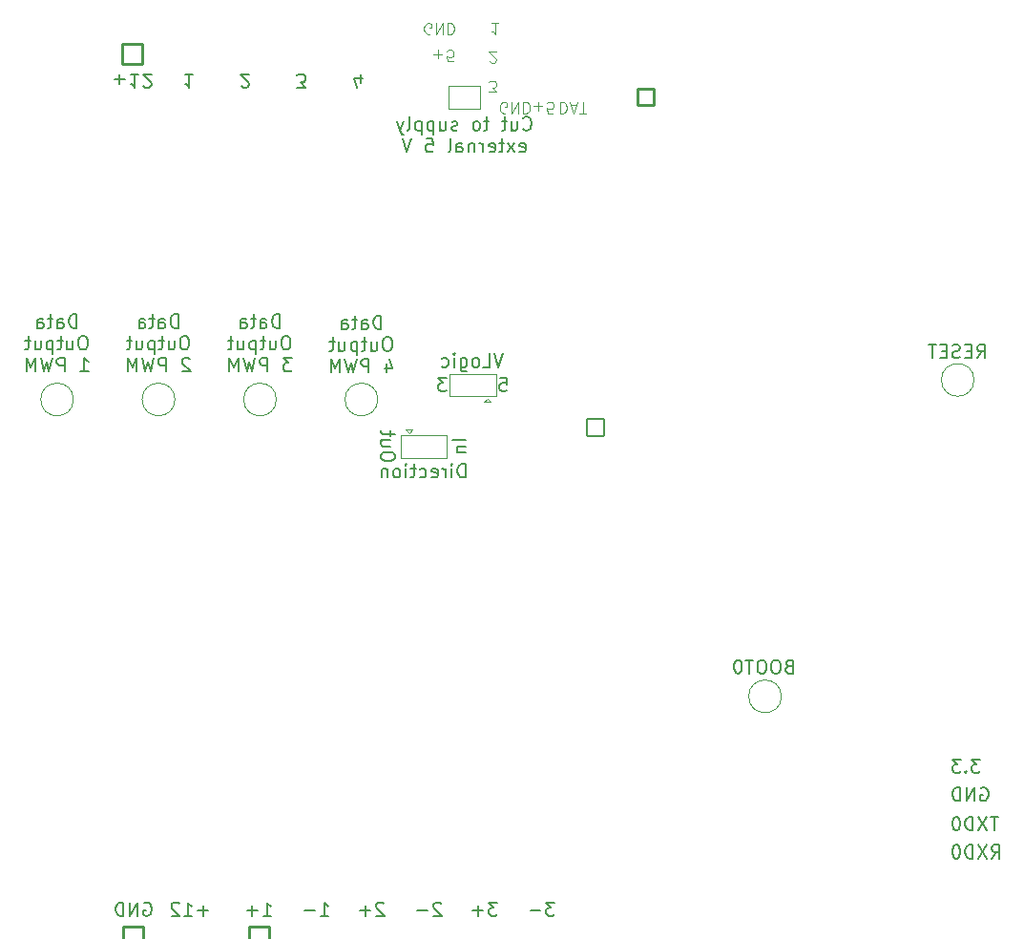
<source format=gbo>
G04 #@! TF.GenerationSoftware,KiCad,Pcbnew,8.0.4*
G04 #@! TF.CreationDate,2024-08-16T00:10:32-05:00*
G04 #@! TF.ProjectId,Codex43,436f6465-7834-4332-9e6b-696361645f70,rev?*
G04 #@! TF.SameCoordinates,Original*
G04 #@! TF.FileFunction,Legend,Bot*
G04 #@! TF.FilePolarity,Positive*
%FSLAX46Y46*%
G04 Gerber Fmt 4.6, Leading zero omitted, Abs format (unit mm)*
G04 Created by KiCad (PCBNEW 8.0.4) date 2024-08-16 00:10:32*
%MOMM*%
%LPD*%
G01*
G04 APERTURE LIST*
G04 Aperture macros list*
%AMRoundRect*
0 Rectangle with rounded corners*
0 $1 Rounding radius*
0 $2 $3 $4 $5 $6 $7 $8 $9 X,Y pos of 4 corners*
0 Add a 4 corners polygon primitive as box body*
4,1,4,$2,$3,$4,$5,$6,$7,$8,$9,$2,$3,0*
0 Add four circle primitives for the rounded corners*
1,1,$1+$1,$2,$3*
1,1,$1+$1,$4,$5*
1,1,$1+$1,$6,$7*
1,1,$1+$1,$8,$9*
0 Add four rect primitives between the rounded corners*
20,1,$1+$1,$2,$3,$4,$5,0*
20,1,$1+$1,$4,$5,$6,$7,0*
20,1,$1+$1,$6,$7,$8,$9,0*
20,1,$1+$1,$8,$9,$2,$3,0*%
G04 Aperture macros list end*
%ADD10C,0.100000*%
%ADD11C,0.140000*%
%ADD12C,0.120000*%
%ADD13C,2.500000*%
%ADD14R,1.700000X1.700000*%
%ADD15O,1.700000X1.700000*%
%ADD16RoundRect,0.102000X0.754000X-0.754000X0.754000X0.754000X-0.754000X0.754000X-0.754000X-0.754000X0*%
%ADD17C,1.712000*%
%ADD18C,3.600000*%
%ADD19C,5.700000*%
%ADD20C,0.520000*%
%ADD21O,2.404000X1.304000*%
%ADD22C,0.950000*%
%ADD23C,1.700000*%
%ADD24C,3.302000*%
%ADD25RoundRect,0.102000X0.723900X0.723900X-0.723900X0.723900X-0.723900X-0.723900X0.723900X-0.723900X0*%
%ADD26C,1.651800*%
%ADD27RoundRect,0.102000X-0.900000X-0.900000X0.900000X-0.900000X0.900000X0.900000X-0.900000X0.900000X0*%
%ADD28C,2.004000*%
%ADD29R,1.000000X1.500000*%
G04 APERTURE END LIST*
D10*
X91038095Y-52479961D02*
X90942857Y-52527580D01*
X90942857Y-52527580D02*
X90800000Y-52527580D01*
X90800000Y-52527580D02*
X90657143Y-52479961D01*
X90657143Y-52479961D02*
X90561905Y-52384723D01*
X90561905Y-52384723D02*
X90514286Y-52289485D01*
X90514286Y-52289485D02*
X90466667Y-52099009D01*
X90466667Y-52099009D02*
X90466667Y-51956152D01*
X90466667Y-51956152D02*
X90514286Y-51765676D01*
X90514286Y-51765676D02*
X90561905Y-51670438D01*
X90561905Y-51670438D02*
X90657143Y-51575200D01*
X90657143Y-51575200D02*
X90800000Y-51527580D01*
X90800000Y-51527580D02*
X90895238Y-51527580D01*
X90895238Y-51527580D02*
X91038095Y-51575200D01*
X91038095Y-51575200D02*
X91085714Y-51622819D01*
X91085714Y-51622819D02*
X91085714Y-51956152D01*
X91085714Y-51956152D02*
X90895238Y-51956152D01*
X91514286Y-51527580D02*
X91514286Y-52527580D01*
X91514286Y-52527580D02*
X92085714Y-51527580D01*
X92085714Y-51527580D02*
X92085714Y-52527580D01*
X92561905Y-51527580D02*
X92561905Y-52527580D01*
X92561905Y-52527580D02*
X92800000Y-52527580D01*
X92800000Y-52527580D02*
X92942857Y-52479961D01*
X92942857Y-52479961D02*
X93038095Y-52384723D01*
X93038095Y-52384723D02*
X93085714Y-52289485D01*
X93085714Y-52289485D02*
X93133333Y-52099009D01*
X93133333Y-52099009D02*
X93133333Y-51956152D01*
X93133333Y-51956152D02*
X93085714Y-51765676D01*
X93085714Y-51765676D02*
X93038095Y-51670438D01*
X93038095Y-51670438D02*
X92942857Y-51575200D01*
X92942857Y-51575200D02*
X92800000Y-51527580D01*
X92800000Y-51527580D02*
X92561905Y-51527580D01*
X91303884Y-54308533D02*
X92065789Y-54308533D01*
X91684836Y-53927580D02*
X91684836Y-54689485D01*
X93018169Y-54927580D02*
X92541979Y-54927580D01*
X92541979Y-54927580D02*
X92494360Y-54451390D01*
X92494360Y-54451390D02*
X92541979Y-54499009D01*
X92541979Y-54499009D02*
X92637217Y-54546628D01*
X92637217Y-54546628D02*
X92875312Y-54546628D01*
X92875312Y-54546628D02*
X92970550Y-54499009D01*
X92970550Y-54499009D02*
X93018169Y-54451390D01*
X93018169Y-54451390D02*
X93065788Y-54356152D01*
X93065788Y-54356152D02*
X93065788Y-54118057D01*
X93065788Y-54118057D02*
X93018169Y-54022819D01*
X93018169Y-54022819D02*
X92970550Y-53975200D01*
X92970550Y-53975200D02*
X92875312Y-53927580D01*
X92875312Y-53927580D02*
X92637217Y-53927580D01*
X92637217Y-53927580D02*
X92541979Y-53975200D01*
X92541979Y-53975200D02*
X92494360Y-54022819D01*
D11*
X84828572Y-56854137D02*
X84828572Y-56054137D01*
X84542857Y-57311280D02*
X84257143Y-56454137D01*
X84257143Y-56454137D02*
X85000000Y-56454137D01*
X79200000Y-57254137D02*
X79942857Y-57254137D01*
X79942857Y-57254137D02*
X79542857Y-56796994D01*
X79542857Y-56796994D02*
X79714286Y-56796994D01*
X79714286Y-56796994D02*
X79828572Y-56739851D01*
X79828572Y-56739851D02*
X79885714Y-56682708D01*
X79885714Y-56682708D02*
X79942857Y-56568422D01*
X79942857Y-56568422D02*
X79942857Y-56282708D01*
X79942857Y-56282708D02*
X79885714Y-56168422D01*
X79885714Y-56168422D02*
X79828572Y-56111280D01*
X79828572Y-56111280D02*
X79714286Y-56054137D01*
X79714286Y-56054137D02*
X79371429Y-56054137D01*
X79371429Y-56054137D02*
X79257143Y-56111280D01*
X79257143Y-56111280D02*
X79200000Y-56168422D01*
X74257143Y-57139851D02*
X74314286Y-57196994D01*
X74314286Y-57196994D02*
X74428572Y-57254137D01*
X74428572Y-57254137D02*
X74714286Y-57254137D01*
X74714286Y-57254137D02*
X74828572Y-57196994D01*
X74828572Y-57196994D02*
X74885714Y-57139851D01*
X74885714Y-57139851D02*
X74942857Y-57025565D01*
X74942857Y-57025565D02*
X74942857Y-56911280D01*
X74942857Y-56911280D02*
X74885714Y-56739851D01*
X74885714Y-56739851D02*
X74200000Y-56054137D01*
X74200000Y-56054137D02*
X74942857Y-56054137D01*
X69942857Y-56054137D02*
X69257143Y-56054137D01*
X69600000Y-56054137D02*
X69600000Y-57254137D01*
X69600000Y-57254137D02*
X69485714Y-57082708D01*
X69485714Y-57082708D02*
X69371429Y-56968422D01*
X69371429Y-56968422D02*
X69257143Y-56911280D01*
X63000000Y-56511280D02*
X63914286Y-56511280D01*
X63457143Y-56054137D02*
X63457143Y-56968422D01*
X65114285Y-56054137D02*
X64428571Y-56054137D01*
X64771428Y-56054137D02*
X64771428Y-57254137D01*
X64771428Y-57254137D02*
X64657142Y-57082708D01*
X64657142Y-57082708D02*
X64542857Y-56968422D01*
X64542857Y-56968422D02*
X64428571Y-56911280D01*
X65571428Y-57139851D02*
X65628571Y-57196994D01*
X65628571Y-57196994D02*
X65742857Y-57254137D01*
X65742857Y-57254137D02*
X66028571Y-57254137D01*
X66028571Y-57254137D02*
X66142857Y-57196994D01*
X66142857Y-57196994D02*
X66199999Y-57139851D01*
X66199999Y-57139851D02*
X66257142Y-57025565D01*
X66257142Y-57025565D02*
X66257142Y-56911280D01*
X66257142Y-56911280D02*
X66199999Y-56739851D01*
X66199999Y-56739851D02*
X65514285Y-56054137D01*
X65514285Y-56054137D02*
X66257142Y-56054137D01*
D10*
X102528571Y-58537580D02*
X102528571Y-59537580D01*
X102528571Y-59537580D02*
X102766666Y-59537580D01*
X102766666Y-59537580D02*
X102909523Y-59489961D01*
X102909523Y-59489961D02*
X103004761Y-59394723D01*
X103004761Y-59394723D02*
X103052380Y-59299485D01*
X103052380Y-59299485D02*
X103099999Y-59109009D01*
X103099999Y-59109009D02*
X103099999Y-58966152D01*
X103099999Y-58966152D02*
X103052380Y-58775676D01*
X103052380Y-58775676D02*
X103004761Y-58680438D01*
X103004761Y-58680438D02*
X102909523Y-58585200D01*
X102909523Y-58585200D02*
X102766666Y-58537580D01*
X102766666Y-58537580D02*
X102528571Y-58537580D01*
X103480952Y-58823295D02*
X103957142Y-58823295D01*
X103385714Y-58537580D02*
X103719047Y-59537580D01*
X103719047Y-59537580D02*
X104052380Y-58537580D01*
X104242857Y-59537580D02*
X104814285Y-59537580D01*
X104528571Y-58537580D02*
X104528571Y-59537580D01*
X100182857Y-58908533D02*
X100944762Y-58908533D01*
X100563809Y-58527580D02*
X100563809Y-59289485D01*
X101897142Y-59527580D02*
X101420952Y-59527580D01*
X101420952Y-59527580D02*
X101373333Y-59051390D01*
X101373333Y-59051390D02*
X101420952Y-59099009D01*
X101420952Y-59099009D02*
X101516190Y-59146628D01*
X101516190Y-59146628D02*
X101754285Y-59146628D01*
X101754285Y-59146628D02*
X101849523Y-59099009D01*
X101849523Y-59099009D02*
X101897142Y-59051390D01*
X101897142Y-59051390D02*
X101944761Y-58956152D01*
X101944761Y-58956152D02*
X101944761Y-58718057D01*
X101944761Y-58718057D02*
X101897142Y-58622819D01*
X101897142Y-58622819D02*
X101849523Y-58575200D01*
X101849523Y-58575200D02*
X101754285Y-58527580D01*
X101754285Y-58527580D02*
X101516190Y-58527580D01*
X101516190Y-58527580D02*
X101420952Y-58575200D01*
X101420952Y-58575200D02*
X101373333Y-58622819D01*
X97738095Y-59489961D02*
X97642857Y-59537580D01*
X97642857Y-59537580D02*
X97500000Y-59537580D01*
X97500000Y-59537580D02*
X97357143Y-59489961D01*
X97357143Y-59489961D02*
X97261905Y-59394723D01*
X97261905Y-59394723D02*
X97214286Y-59299485D01*
X97214286Y-59299485D02*
X97166667Y-59109009D01*
X97166667Y-59109009D02*
X97166667Y-58966152D01*
X97166667Y-58966152D02*
X97214286Y-58775676D01*
X97214286Y-58775676D02*
X97261905Y-58680438D01*
X97261905Y-58680438D02*
X97357143Y-58585200D01*
X97357143Y-58585200D02*
X97500000Y-58537580D01*
X97500000Y-58537580D02*
X97595238Y-58537580D01*
X97595238Y-58537580D02*
X97738095Y-58585200D01*
X97738095Y-58585200D02*
X97785714Y-58632819D01*
X97785714Y-58632819D02*
X97785714Y-58966152D01*
X97785714Y-58966152D02*
X97595238Y-58966152D01*
X98214286Y-58537580D02*
X98214286Y-59537580D01*
X98214286Y-59537580D02*
X98785714Y-58537580D01*
X98785714Y-58537580D02*
X98785714Y-59537580D01*
X99261905Y-58537580D02*
X99261905Y-59537580D01*
X99261905Y-59537580D02*
X99500000Y-59537580D01*
X99500000Y-59537580D02*
X99642857Y-59489961D01*
X99642857Y-59489961D02*
X99738095Y-59394723D01*
X99738095Y-59394723D02*
X99785714Y-59299485D01*
X99785714Y-59299485D02*
X99833333Y-59109009D01*
X99833333Y-59109009D02*
X99833333Y-58966152D01*
X99833333Y-58966152D02*
X99785714Y-58775676D01*
X99785714Y-58775676D02*
X99738095Y-58680438D01*
X99738095Y-58680438D02*
X99642857Y-58585200D01*
X99642857Y-58585200D02*
X99500000Y-58537580D01*
X99500000Y-58537580D02*
X99261905Y-58537580D01*
X96224687Y-57642580D02*
X96843734Y-57642580D01*
X96843734Y-57642580D02*
X96510401Y-57261628D01*
X96510401Y-57261628D02*
X96653258Y-57261628D01*
X96653258Y-57261628D02*
X96748496Y-57214009D01*
X96748496Y-57214009D02*
X96796115Y-57166390D01*
X96796115Y-57166390D02*
X96843734Y-57071152D01*
X96843734Y-57071152D02*
X96843734Y-56833057D01*
X96843734Y-56833057D02*
X96796115Y-56737819D01*
X96796115Y-56737819D02*
X96748496Y-56690200D01*
X96748496Y-56690200D02*
X96653258Y-56642580D01*
X96653258Y-56642580D02*
X96367544Y-56642580D01*
X96367544Y-56642580D02*
X96272306Y-56690200D01*
X96272306Y-56690200D02*
X96224687Y-56737819D01*
X96272306Y-54947342D02*
X96319925Y-54994961D01*
X96319925Y-54994961D02*
X96415163Y-55042580D01*
X96415163Y-55042580D02*
X96653258Y-55042580D01*
X96653258Y-55042580D02*
X96748496Y-54994961D01*
X96748496Y-54994961D02*
X96796115Y-54947342D01*
X96796115Y-54947342D02*
X96843734Y-54852104D01*
X96843734Y-54852104D02*
X96843734Y-54756866D01*
X96843734Y-54756866D02*
X96796115Y-54614009D01*
X96796115Y-54614009D02*
X96224687Y-54042580D01*
X96224687Y-54042580D02*
X96843734Y-54042580D01*
X97043734Y-51542580D02*
X96472306Y-51542580D01*
X96758020Y-51542580D02*
X96758020Y-52542580D01*
X96758020Y-52542580D02*
X96662782Y-52399723D01*
X96662782Y-52399723D02*
X96567544Y-52304485D01*
X96567544Y-52304485D02*
X96472306Y-52256866D01*
D11*
X102042856Y-129545862D02*
X101299999Y-129545862D01*
X101299999Y-129545862D02*
X101699999Y-130003005D01*
X101699999Y-130003005D02*
X101528570Y-130003005D01*
X101528570Y-130003005D02*
X101414285Y-130060148D01*
X101414285Y-130060148D02*
X101357142Y-130117291D01*
X101357142Y-130117291D02*
X101299999Y-130231577D01*
X101299999Y-130231577D02*
X101299999Y-130517291D01*
X101299999Y-130517291D02*
X101357142Y-130631577D01*
X101357142Y-130631577D02*
X101414285Y-130688720D01*
X101414285Y-130688720D02*
X101528570Y-130745862D01*
X101528570Y-130745862D02*
X101871427Y-130745862D01*
X101871427Y-130745862D02*
X101985713Y-130688720D01*
X101985713Y-130688720D02*
X102042856Y-130631577D01*
X100785713Y-130288720D02*
X99871428Y-130288720D01*
X96942856Y-129545862D02*
X96199999Y-129545862D01*
X96199999Y-129545862D02*
X96599999Y-130003005D01*
X96599999Y-130003005D02*
X96428570Y-130003005D01*
X96428570Y-130003005D02*
X96314285Y-130060148D01*
X96314285Y-130060148D02*
X96257142Y-130117291D01*
X96257142Y-130117291D02*
X96199999Y-130231577D01*
X96199999Y-130231577D02*
X96199999Y-130517291D01*
X96199999Y-130517291D02*
X96257142Y-130631577D01*
X96257142Y-130631577D02*
X96314285Y-130688720D01*
X96314285Y-130688720D02*
X96428570Y-130745862D01*
X96428570Y-130745862D02*
X96771427Y-130745862D01*
X96771427Y-130745862D02*
X96885713Y-130688720D01*
X96885713Y-130688720D02*
X96942856Y-130631577D01*
X95685713Y-130288720D02*
X94771428Y-130288720D01*
X95228570Y-130745862D02*
X95228570Y-129831577D01*
X91985713Y-129660148D02*
X91928570Y-129603005D01*
X91928570Y-129603005D02*
X91814285Y-129545862D01*
X91814285Y-129545862D02*
X91528570Y-129545862D01*
X91528570Y-129545862D02*
X91414285Y-129603005D01*
X91414285Y-129603005D02*
X91357142Y-129660148D01*
X91357142Y-129660148D02*
X91299999Y-129774434D01*
X91299999Y-129774434D02*
X91299999Y-129888720D01*
X91299999Y-129888720D02*
X91357142Y-130060148D01*
X91357142Y-130060148D02*
X92042856Y-130745862D01*
X92042856Y-130745862D02*
X91299999Y-130745862D01*
X90785713Y-130288720D02*
X89871428Y-130288720D01*
X86885713Y-129660148D02*
X86828570Y-129603005D01*
X86828570Y-129603005D02*
X86714285Y-129545862D01*
X86714285Y-129545862D02*
X86428570Y-129545862D01*
X86428570Y-129545862D02*
X86314285Y-129603005D01*
X86314285Y-129603005D02*
X86257142Y-129660148D01*
X86257142Y-129660148D02*
X86199999Y-129774434D01*
X86199999Y-129774434D02*
X86199999Y-129888720D01*
X86199999Y-129888720D02*
X86257142Y-130060148D01*
X86257142Y-130060148D02*
X86942856Y-130745862D01*
X86942856Y-130745862D02*
X86199999Y-130745862D01*
X85685713Y-130288720D02*
X84771428Y-130288720D01*
X85228570Y-130745862D02*
X85228570Y-129831577D01*
X81299999Y-130745862D02*
X81985713Y-130745862D01*
X81642856Y-130745862D02*
X81642856Y-129545862D01*
X81642856Y-129545862D02*
X81757142Y-129717291D01*
X81757142Y-129717291D02*
X81871427Y-129831577D01*
X81871427Y-129831577D02*
X81985713Y-129888720D01*
X80785713Y-130288720D02*
X79871428Y-130288720D01*
X76199999Y-130745862D02*
X76885713Y-130745862D01*
X76542856Y-130745862D02*
X76542856Y-129545862D01*
X76542856Y-129545862D02*
X76657142Y-129717291D01*
X76657142Y-129717291D02*
X76771427Y-129831577D01*
X76771427Y-129831577D02*
X76885713Y-129888720D01*
X75685713Y-130288720D02*
X74771428Y-130288720D01*
X75228570Y-130745862D02*
X75228570Y-129831577D01*
X71299999Y-130288720D02*
X70385714Y-130288720D01*
X70842856Y-130745862D02*
X70842856Y-129831577D01*
X69185714Y-130745862D02*
X69871428Y-130745862D01*
X69528571Y-130745862D02*
X69528571Y-129545862D01*
X69528571Y-129545862D02*
X69642857Y-129717291D01*
X69642857Y-129717291D02*
X69757142Y-129831577D01*
X69757142Y-129831577D02*
X69871428Y-129888720D01*
X68728571Y-129660148D02*
X68671428Y-129603005D01*
X68671428Y-129603005D02*
X68557143Y-129545862D01*
X68557143Y-129545862D02*
X68271428Y-129545862D01*
X68271428Y-129545862D02*
X68157143Y-129603005D01*
X68157143Y-129603005D02*
X68100000Y-129660148D01*
X68100000Y-129660148D02*
X68042857Y-129774434D01*
X68042857Y-129774434D02*
X68042857Y-129888720D01*
X68042857Y-129888720D02*
X68100000Y-130060148D01*
X68100000Y-130060148D02*
X68785714Y-130745862D01*
X68785714Y-130745862D02*
X68042857Y-130745862D01*
X65614285Y-129603005D02*
X65728571Y-129545862D01*
X65728571Y-129545862D02*
X65899999Y-129545862D01*
X65899999Y-129545862D02*
X66071428Y-129603005D01*
X66071428Y-129603005D02*
X66185713Y-129717291D01*
X66185713Y-129717291D02*
X66242856Y-129831577D01*
X66242856Y-129831577D02*
X66299999Y-130060148D01*
X66299999Y-130060148D02*
X66299999Y-130231577D01*
X66299999Y-130231577D02*
X66242856Y-130460148D01*
X66242856Y-130460148D02*
X66185713Y-130574434D01*
X66185713Y-130574434D02*
X66071428Y-130688720D01*
X66071428Y-130688720D02*
X65899999Y-130745862D01*
X65899999Y-130745862D02*
X65785713Y-130745862D01*
X65785713Y-130745862D02*
X65614285Y-130688720D01*
X65614285Y-130688720D02*
X65557142Y-130631577D01*
X65557142Y-130631577D02*
X65557142Y-130231577D01*
X65557142Y-130231577D02*
X65785713Y-130231577D01*
X65042856Y-130745862D02*
X65042856Y-129545862D01*
X65042856Y-129545862D02*
X64357142Y-130745862D01*
X64357142Y-130745862D02*
X64357142Y-129545862D01*
X63785713Y-130745862D02*
X63785713Y-129545862D01*
X63785713Y-129545862D02*
X63499999Y-129545862D01*
X63499999Y-129545862D02*
X63328570Y-129603005D01*
X63328570Y-129603005D02*
X63214285Y-129717291D01*
X63214285Y-129717291D02*
X63157142Y-129831577D01*
X63157142Y-129831577D02*
X63099999Y-130060148D01*
X63099999Y-130060148D02*
X63099999Y-130231577D01*
X63099999Y-130231577D02*
X63157142Y-130460148D01*
X63157142Y-130460148D02*
X63214285Y-130574434D01*
X63214285Y-130574434D02*
X63328570Y-130688720D01*
X63328570Y-130688720D02*
X63499999Y-130745862D01*
X63499999Y-130745862D02*
X63785713Y-130745862D01*
X140806390Y-125647862D02*
X141206390Y-125076434D01*
X141492104Y-125647862D02*
X141492104Y-124447862D01*
X141492104Y-124447862D02*
X141034961Y-124447862D01*
X141034961Y-124447862D02*
X140920676Y-124505005D01*
X140920676Y-124505005D02*
X140863533Y-124562148D01*
X140863533Y-124562148D02*
X140806390Y-124676434D01*
X140806390Y-124676434D02*
X140806390Y-124847862D01*
X140806390Y-124847862D02*
X140863533Y-124962148D01*
X140863533Y-124962148D02*
X140920676Y-125019291D01*
X140920676Y-125019291D02*
X141034961Y-125076434D01*
X141034961Y-125076434D02*
X141492104Y-125076434D01*
X140406390Y-124447862D02*
X139606390Y-125647862D01*
X139606390Y-124447862D02*
X140406390Y-125647862D01*
X139149247Y-125647862D02*
X139149247Y-124447862D01*
X139149247Y-124447862D02*
X138863533Y-124447862D01*
X138863533Y-124447862D02*
X138692104Y-124505005D01*
X138692104Y-124505005D02*
X138577819Y-124619291D01*
X138577819Y-124619291D02*
X138520676Y-124733577D01*
X138520676Y-124733577D02*
X138463533Y-124962148D01*
X138463533Y-124962148D02*
X138463533Y-125133577D01*
X138463533Y-125133577D02*
X138520676Y-125362148D01*
X138520676Y-125362148D02*
X138577819Y-125476434D01*
X138577819Y-125476434D02*
X138692104Y-125590720D01*
X138692104Y-125590720D02*
X138863533Y-125647862D01*
X138863533Y-125647862D02*
X139149247Y-125647862D01*
X137720676Y-124447862D02*
X137606390Y-124447862D01*
X137606390Y-124447862D02*
X137492104Y-124505005D01*
X137492104Y-124505005D02*
X137434962Y-124562148D01*
X137434962Y-124562148D02*
X137377819Y-124676434D01*
X137377819Y-124676434D02*
X137320676Y-124905005D01*
X137320676Y-124905005D02*
X137320676Y-125190720D01*
X137320676Y-125190720D02*
X137377819Y-125419291D01*
X137377819Y-125419291D02*
X137434962Y-125533577D01*
X137434962Y-125533577D02*
X137492104Y-125590720D01*
X137492104Y-125590720D02*
X137606390Y-125647862D01*
X137606390Y-125647862D02*
X137720676Y-125647862D01*
X137720676Y-125647862D02*
X137834962Y-125590720D01*
X137834962Y-125590720D02*
X137892104Y-125533577D01*
X137892104Y-125533577D02*
X137949247Y-125419291D01*
X137949247Y-125419291D02*
X138006390Y-125190720D01*
X138006390Y-125190720D02*
X138006390Y-124905005D01*
X138006390Y-124905005D02*
X137949247Y-124676434D01*
X137949247Y-124676434D02*
X137892104Y-124562148D01*
X137892104Y-124562148D02*
X137834962Y-124505005D01*
X137834962Y-124505005D02*
X137720676Y-124447862D01*
X141377819Y-121947862D02*
X140692105Y-121947862D01*
X141034962Y-123147862D02*
X141034962Y-121947862D01*
X140406390Y-121947862D02*
X139606390Y-123147862D01*
X139606390Y-121947862D02*
X140406390Y-123147862D01*
X139149247Y-123147862D02*
X139149247Y-121947862D01*
X139149247Y-121947862D02*
X138863533Y-121947862D01*
X138863533Y-121947862D02*
X138692104Y-122005005D01*
X138692104Y-122005005D02*
X138577819Y-122119291D01*
X138577819Y-122119291D02*
X138520676Y-122233577D01*
X138520676Y-122233577D02*
X138463533Y-122462148D01*
X138463533Y-122462148D02*
X138463533Y-122633577D01*
X138463533Y-122633577D02*
X138520676Y-122862148D01*
X138520676Y-122862148D02*
X138577819Y-122976434D01*
X138577819Y-122976434D02*
X138692104Y-123090720D01*
X138692104Y-123090720D02*
X138863533Y-123147862D01*
X138863533Y-123147862D02*
X139149247Y-123147862D01*
X137720676Y-121947862D02*
X137606390Y-121947862D01*
X137606390Y-121947862D02*
X137492104Y-122005005D01*
X137492104Y-122005005D02*
X137434962Y-122062148D01*
X137434962Y-122062148D02*
X137377819Y-122176434D01*
X137377819Y-122176434D02*
X137320676Y-122405005D01*
X137320676Y-122405005D02*
X137320676Y-122690720D01*
X137320676Y-122690720D02*
X137377819Y-122919291D01*
X137377819Y-122919291D02*
X137434962Y-123033577D01*
X137434962Y-123033577D02*
X137492104Y-123090720D01*
X137492104Y-123090720D02*
X137606390Y-123147862D01*
X137606390Y-123147862D02*
X137720676Y-123147862D01*
X137720676Y-123147862D02*
X137834962Y-123090720D01*
X137834962Y-123090720D02*
X137892104Y-123033577D01*
X137892104Y-123033577D02*
X137949247Y-122919291D01*
X137949247Y-122919291D02*
X138006390Y-122690720D01*
X138006390Y-122690720D02*
X138006390Y-122405005D01*
X138006390Y-122405005D02*
X137949247Y-122176434D01*
X137949247Y-122176434D02*
X137892104Y-122062148D01*
X137892104Y-122062148D02*
X137834962Y-122005005D01*
X137834962Y-122005005D02*
X137720676Y-121947862D01*
X139834962Y-119405005D02*
X139949248Y-119347862D01*
X139949248Y-119347862D02*
X140120676Y-119347862D01*
X140120676Y-119347862D02*
X140292105Y-119405005D01*
X140292105Y-119405005D02*
X140406390Y-119519291D01*
X140406390Y-119519291D02*
X140463533Y-119633577D01*
X140463533Y-119633577D02*
X140520676Y-119862148D01*
X140520676Y-119862148D02*
X140520676Y-120033577D01*
X140520676Y-120033577D02*
X140463533Y-120262148D01*
X140463533Y-120262148D02*
X140406390Y-120376434D01*
X140406390Y-120376434D02*
X140292105Y-120490720D01*
X140292105Y-120490720D02*
X140120676Y-120547862D01*
X140120676Y-120547862D02*
X140006390Y-120547862D01*
X140006390Y-120547862D02*
X139834962Y-120490720D01*
X139834962Y-120490720D02*
X139777819Y-120433577D01*
X139777819Y-120433577D02*
X139777819Y-120033577D01*
X139777819Y-120033577D02*
X140006390Y-120033577D01*
X139263533Y-120547862D02*
X139263533Y-119347862D01*
X139263533Y-119347862D02*
X138577819Y-120547862D01*
X138577819Y-120547862D02*
X138577819Y-119347862D01*
X138006390Y-120547862D02*
X138006390Y-119347862D01*
X138006390Y-119347862D02*
X137720676Y-119347862D01*
X137720676Y-119347862D02*
X137549247Y-119405005D01*
X137549247Y-119405005D02*
X137434962Y-119519291D01*
X137434962Y-119519291D02*
X137377819Y-119633577D01*
X137377819Y-119633577D02*
X137320676Y-119862148D01*
X137320676Y-119862148D02*
X137320676Y-120033577D01*
X137320676Y-120033577D02*
X137377819Y-120262148D01*
X137377819Y-120262148D02*
X137434962Y-120376434D01*
X137434962Y-120376434D02*
X137549247Y-120490720D01*
X137549247Y-120490720D02*
X137720676Y-120547862D01*
X137720676Y-120547862D02*
X138006390Y-120547862D01*
X139777819Y-116847862D02*
X139034962Y-116847862D01*
X139034962Y-116847862D02*
X139434962Y-117305005D01*
X139434962Y-117305005D02*
X139263533Y-117305005D01*
X139263533Y-117305005D02*
X139149248Y-117362148D01*
X139149248Y-117362148D02*
X139092105Y-117419291D01*
X139092105Y-117419291D02*
X139034962Y-117533577D01*
X139034962Y-117533577D02*
X139034962Y-117819291D01*
X139034962Y-117819291D02*
X139092105Y-117933577D01*
X139092105Y-117933577D02*
X139149248Y-117990720D01*
X139149248Y-117990720D02*
X139263533Y-118047862D01*
X139263533Y-118047862D02*
X139606390Y-118047862D01*
X139606390Y-118047862D02*
X139720676Y-117990720D01*
X139720676Y-117990720D02*
X139777819Y-117933577D01*
X138520676Y-117933577D02*
X138463533Y-117990720D01*
X138463533Y-117990720D02*
X138520676Y-118047862D01*
X138520676Y-118047862D02*
X138577819Y-117990720D01*
X138577819Y-117990720D02*
X138520676Y-117933577D01*
X138520676Y-117933577D02*
X138520676Y-118047862D01*
X138063533Y-116847862D02*
X137320676Y-116847862D01*
X137320676Y-116847862D02*
X137720676Y-117305005D01*
X137720676Y-117305005D02*
X137549247Y-117305005D01*
X137549247Y-117305005D02*
X137434962Y-117362148D01*
X137434962Y-117362148D02*
X137377819Y-117419291D01*
X137377819Y-117419291D02*
X137320676Y-117533577D01*
X137320676Y-117533577D02*
X137320676Y-117819291D01*
X137320676Y-117819291D02*
X137377819Y-117933577D01*
X137377819Y-117933577D02*
X137434962Y-117990720D01*
X137434962Y-117990720D02*
X137549247Y-118047862D01*
X137549247Y-118047862D02*
X137892104Y-118047862D01*
X137892104Y-118047862D02*
X138006390Y-117990720D01*
X138006390Y-117990720D02*
X138063533Y-117933577D01*
X139542856Y-81245862D02*
X139942856Y-80674434D01*
X140228570Y-81245862D02*
X140228570Y-80045862D01*
X140228570Y-80045862D02*
X139771427Y-80045862D01*
X139771427Y-80045862D02*
X139657142Y-80103005D01*
X139657142Y-80103005D02*
X139599999Y-80160148D01*
X139599999Y-80160148D02*
X139542856Y-80274434D01*
X139542856Y-80274434D02*
X139542856Y-80445862D01*
X139542856Y-80445862D02*
X139599999Y-80560148D01*
X139599999Y-80560148D02*
X139657142Y-80617291D01*
X139657142Y-80617291D02*
X139771427Y-80674434D01*
X139771427Y-80674434D02*
X140228570Y-80674434D01*
X139028570Y-80617291D02*
X138628570Y-80617291D01*
X138457142Y-81245862D02*
X139028570Y-81245862D01*
X139028570Y-81245862D02*
X139028570Y-80045862D01*
X139028570Y-80045862D02*
X138457142Y-80045862D01*
X137999999Y-81188720D02*
X137828571Y-81245862D01*
X137828571Y-81245862D02*
X137542856Y-81245862D01*
X137542856Y-81245862D02*
X137428571Y-81188720D01*
X137428571Y-81188720D02*
X137371428Y-81131577D01*
X137371428Y-81131577D02*
X137314285Y-81017291D01*
X137314285Y-81017291D02*
X137314285Y-80903005D01*
X137314285Y-80903005D02*
X137371428Y-80788720D01*
X137371428Y-80788720D02*
X137428571Y-80731577D01*
X137428571Y-80731577D02*
X137542856Y-80674434D01*
X137542856Y-80674434D02*
X137771428Y-80617291D01*
X137771428Y-80617291D02*
X137885713Y-80560148D01*
X137885713Y-80560148D02*
X137942856Y-80503005D01*
X137942856Y-80503005D02*
X137999999Y-80388720D01*
X137999999Y-80388720D02*
X137999999Y-80274434D01*
X137999999Y-80274434D02*
X137942856Y-80160148D01*
X137942856Y-80160148D02*
X137885713Y-80103005D01*
X137885713Y-80103005D02*
X137771428Y-80045862D01*
X137771428Y-80045862D02*
X137485713Y-80045862D01*
X137485713Y-80045862D02*
X137314285Y-80103005D01*
X136799999Y-80617291D02*
X136399999Y-80617291D01*
X136228571Y-81245862D02*
X136799999Y-81245862D01*
X136799999Y-81245862D02*
X136799999Y-80045862D01*
X136799999Y-80045862D02*
X136228571Y-80045862D01*
X135885714Y-80045862D02*
X135200000Y-80045862D01*
X135542857Y-81245862D02*
X135542857Y-80045862D01*
X87850137Y-90099999D02*
X87850137Y-89871427D01*
X87850137Y-89871427D02*
X87792994Y-89757142D01*
X87792994Y-89757142D02*
X87678708Y-89642856D01*
X87678708Y-89642856D02*
X87450137Y-89585713D01*
X87450137Y-89585713D02*
X87050137Y-89585713D01*
X87050137Y-89585713D02*
X86821565Y-89642856D01*
X86821565Y-89642856D02*
X86707280Y-89757142D01*
X86707280Y-89757142D02*
X86650137Y-89871427D01*
X86650137Y-89871427D02*
X86650137Y-90099999D01*
X86650137Y-90099999D02*
X86707280Y-90214285D01*
X86707280Y-90214285D02*
X86821565Y-90328570D01*
X86821565Y-90328570D02*
X87050137Y-90385713D01*
X87050137Y-90385713D02*
X87450137Y-90385713D01*
X87450137Y-90385713D02*
X87678708Y-90328570D01*
X87678708Y-90328570D02*
X87792994Y-90214285D01*
X87792994Y-90214285D02*
X87850137Y-90099999D01*
X87450137Y-88557142D02*
X86650137Y-88557142D01*
X87450137Y-89071427D02*
X86821565Y-89071427D01*
X86821565Y-89071427D02*
X86707280Y-89014284D01*
X86707280Y-89014284D02*
X86650137Y-88899999D01*
X86650137Y-88899999D02*
X86650137Y-88728570D01*
X86650137Y-88728570D02*
X86707280Y-88614284D01*
X86707280Y-88614284D02*
X86764422Y-88557142D01*
X87450137Y-88157142D02*
X87450137Y-87699999D01*
X87850137Y-87985713D02*
X86821565Y-87985713D01*
X86821565Y-87985713D02*
X86707280Y-87928570D01*
X86707280Y-87928570D02*
X86650137Y-87814285D01*
X86650137Y-87814285D02*
X86650137Y-87699999D01*
X77642856Y-78581996D02*
X77642856Y-77381996D01*
X77642856Y-77381996D02*
X77357142Y-77381996D01*
X77357142Y-77381996D02*
X77185713Y-77439139D01*
X77185713Y-77439139D02*
X77071428Y-77553425D01*
X77071428Y-77553425D02*
X77014285Y-77667711D01*
X77014285Y-77667711D02*
X76957142Y-77896282D01*
X76957142Y-77896282D02*
X76957142Y-78067711D01*
X76957142Y-78067711D02*
X77014285Y-78296282D01*
X77014285Y-78296282D02*
X77071428Y-78410568D01*
X77071428Y-78410568D02*
X77185713Y-78524854D01*
X77185713Y-78524854D02*
X77357142Y-78581996D01*
X77357142Y-78581996D02*
X77642856Y-78581996D01*
X75928571Y-78581996D02*
X75928571Y-77953425D01*
X75928571Y-77953425D02*
X75985713Y-77839139D01*
X75985713Y-77839139D02*
X76099999Y-77781996D01*
X76099999Y-77781996D02*
X76328571Y-77781996D01*
X76328571Y-77781996D02*
X76442856Y-77839139D01*
X75928571Y-78524854D02*
X76042856Y-78581996D01*
X76042856Y-78581996D02*
X76328571Y-78581996D01*
X76328571Y-78581996D02*
X76442856Y-78524854D01*
X76442856Y-78524854D02*
X76499999Y-78410568D01*
X76499999Y-78410568D02*
X76499999Y-78296282D01*
X76499999Y-78296282D02*
X76442856Y-78181996D01*
X76442856Y-78181996D02*
X76328571Y-78124854D01*
X76328571Y-78124854D02*
X76042856Y-78124854D01*
X76042856Y-78124854D02*
X75928571Y-78067711D01*
X75528571Y-77781996D02*
X75071428Y-77781996D01*
X75357142Y-77381996D02*
X75357142Y-78410568D01*
X75357142Y-78410568D02*
X75299999Y-78524854D01*
X75299999Y-78524854D02*
X75185714Y-78581996D01*
X75185714Y-78581996D02*
X75071428Y-78581996D01*
X74157143Y-78581996D02*
X74157143Y-77953425D01*
X74157143Y-77953425D02*
X74214285Y-77839139D01*
X74214285Y-77839139D02*
X74328571Y-77781996D01*
X74328571Y-77781996D02*
X74557143Y-77781996D01*
X74557143Y-77781996D02*
X74671428Y-77839139D01*
X74157143Y-78524854D02*
X74271428Y-78581996D01*
X74271428Y-78581996D02*
X74557143Y-78581996D01*
X74557143Y-78581996D02*
X74671428Y-78524854D01*
X74671428Y-78524854D02*
X74728571Y-78410568D01*
X74728571Y-78410568D02*
X74728571Y-78296282D01*
X74728571Y-78296282D02*
X74671428Y-78181996D01*
X74671428Y-78181996D02*
X74557143Y-78124854D01*
X74557143Y-78124854D02*
X74271428Y-78124854D01*
X74271428Y-78124854D02*
X74157143Y-78067711D01*
X78328570Y-79313929D02*
X78099998Y-79313929D01*
X78099998Y-79313929D02*
X77985713Y-79371072D01*
X77985713Y-79371072D02*
X77871427Y-79485358D01*
X77871427Y-79485358D02*
X77814284Y-79713929D01*
X77814284Y-79713929D02*
X77814284Y-80113929D01*
X77814284Y-80113929D02*
X77871427Y-80342501D01*
X77871427Y-80342501D02*
X77985713Y-80456787D01*
X77985713Y-80456787D02*
X78099998Y-80513929D01*
X78099998Y-80513929D02*
X78328570Y-80513929D01*
X78328570Y-80513929D02*
X78442856Y-80456787D01*
X78442856Y-80456787D02*
X78557141Y-80342501D01*
X78557141Y-80342501D02*
X78614284Y-80113929D01*
X78614284Y-80113929D02*
X78614284Y-79713929D01*
X78614284Y-79713929D02*
X78557141Y-79485358D01*
X78557141Y-79485358D02*
X78442856Y-79371072D01*
X78442856Y-79371072D02*
X78328570Y-79313929D01*
X76785713Y-79713929D02*
X76785713Y-80513929D01*
X77299998Y-79713929D02*
X77299998Y-80342501D01*
X77299998Y-80342501D02*
X77242855Y-80456787D01*
X77242855Y-80456787D02*
X77128570Y-80513929D01*
X77128570Y-80513929D02*
X76957141Y-80513929D01*
X76957141Y-80513929D02*
X76842855Y-80456787D01*
X76842855Y-80456787D02*
X76785713Y-80399644D01*
X76385713Y-79713929D02*
X75928570Y-79713929D01*
X76214284Y-79313929D02*
X76214284Y-80342501D01*
X76214284Y-80342501D02*
X76157141Y-80456787D01*
X76157141Y-80456787D02*
X76042856Y-80513929D01*
X76042856Y-80513929D02*
X75928570Y-80513929D01*
X75528570Y-79713929D02*
X75528570Y-80913929D01*
X75528570Y-79771072D02*
X75414285Y-79713929D01*
X75414285Y-79713929D02*
X75185713Y-79713929D01*
X75185713Y-79713929D02*
X75071427Y-79771072D01*
X75071427Y-79771072D02*
X75014285Y-79828215D01*
X75014285Y-79828215D02*
X74957142Y-79942501D01*
X74957142Y-79942501D02*
X74957142Y-80285358D01*
X74957142Y-80285358D02*
X75014285Y-80399644D01*
X75014285Y-80399644D02*
X75071427Y-80456787D01*
X75071427Y-80456787D02*
X75185713Y-80513929D01*
X75185713Y-80513929D02*
X75414285Y-80513929D01*
X75414285Y-80513929D02*
X75528570Y-80456787D01*
X73928571Y-79713929D02*
X73928571Y-80513929D01*
X74442856Y-79713929D02*
X74442856Y-80342501D01*
X74442856Y-80342501D02*
X74385713Y-80456787D01*
X74385713Y-80456787D02*
X74271428Y-80513929D01*
X74271428Y-80513929D02*
X74099999Y-80513929D01*
X74099999Y-80513929D02*
X73985713Y-80456787D01*
X73985713Y-80456787D02*
X73928571Y-80399644D01*
X73528571Y-79713929D02*
X73071428Y-79713929D01*
X73357142Y-79313929D02*
X73357142Y-80342501D01*
X73357142Y-80342501D02*
X73299999Y-80456787D01*
X73299999Y-80456787D02*
X73185714Y-80513929D01*
X73185714Y-80513929D02*
X73071428Y-80513929D01*
X78728571Y-81245862D02*
X77985714Y-81245862D01*
X77985714Y-81245862D02*
X78385714Y-81703005D01*
X78385714Y-81703005D02*
X78214285Y-81703005D01*
X78214285Y-81703005D02*
X78100000Y-81760148D01*
X78100000Y-81760148D02*
X78042857Y-81817291D01*
X78042857Y-81817291D02*
X77985714Y-81931577D01*
X77985714Y-81931577D02*
X77985714Y-82217291D01*
X77985714Y-82217291D02*
X78042857Y-82331577D01*
X78042857Y-82331577D02*
X78100000Y-82388720D01*
X78100000Y-82388720D02*
X78214285Y-82445862D01*
X78214285Y-82445862D02*
X78557142Y-82445862D01*
X78557142Y-82445862D02*
X78671428Y-82388720D01*
X78671428Y-82388720D02*
X78728571Y-82331577D01*
X76557142Y-82445862D02*
X76557142Y-81245862D01*
X76557142Y-81245862D02*
X76099999Y-81245862D01*
X76099999Y-81245862D02*
X75985714Y-81303005D01*
X75985714Y-81303005D02*
X75928571Y-81360148D01*
X75928571Y-81360148D02*
X75871428Y-81474434D01*
X75871428Y-81474434D02*
X75871428Y-81645862D01*
X75871428Y-81645862D02*
X75928571Y-81760148D01*
X75928571Y-81760148D02*
X75985714Y-81817291D01*
X75985714Y-81817291D02*
X76099999Y-81874434D01*
X76099999Y-81874434D02*
X76557142Y-81874434D01*
X75471428Y-81245862D02*
X75185714Y-82445862D01*
X75185714Y-82445862D02*
X74957142Y-81588720D01*
X74957142Y-81588720D02*
X74728571Y-82445862D01*
X74728571Y-82445862D02*
X74442857Y-81245862D01*
X73985713Y-82445862D02*
X73985713Y-81245862D01*
X73985713Y-81245862D02*
X73585713Y-82103005D01*
X73585713Y-82103005D02*
X73185713Y-81245862D01*
X73185713Y-81245862D02*
X73185713Y-82445862D01*
X86642856Y-78681996D02*
X86642856Y-77481996D01*
X86642856Y-77481996D02*
X86357142Y-77481996D01*
X86357142Y-77481996D02*
X86185713Y-77539139D01*
X86185713Y-77539139D02*
X86071428Y-77653425D01*
X86071428Y-77653425D02*
X86014285Y-77767711D01*
X86014285Y-77767711D02*
X85957142Y-77996282D01*
X85957142Y-77996282D02*
X85957142Y-78167711D01*
X85957142Y-78167711D02*
X86014285Y-78396282D01*
X86014285Y-78396282D02*
X86071428Y-78510568D01*
X86071428Y-78510568D02*
X86185713Y-78624854D01*
X86185713Y-78624854D02*
X86357142Y-78681996D01*
X86357142Y-78681996D02*
X86642856Y-78681996D01*
X84928571Y-78681996D02*
X84928571Y-78053425D01*
X84928571Y-78053425D02*
X84985713Y-77939139D01*
X84985713Y-77939139D02*
X85099999Y-77881996D01*
X85099999Y-77881996D02*
X85328571Y-77881996D01*
X85328571Y-77881996D02*
X85442856Y-77939139D01*
X84928571Y-78624854D02*
X85042856Y-78681996D01*
X85042856Y-78681996D02*
X85328571Y-78681996D01*
X85328571Y-78681996D02*
X85442856Y-78624854D01*
X85442856Y-78624854D02*
X85499999Y-78510568D01*
X85499999Y-78510568D02*
X85499999Y-78396282D01*
X85499999Y-78396282D02*
X85442856Y-78281996D01*
X85442856Y-78281996D02*
X85328571Y-78224854D01*
X85328571Y-78224854D02*
X85042856Y-78224854D01*
X85042856Y-78224854D02*
X84928571Y-78167711D01*
X84528571Y-77881996D02*
X84071428Y-77881996D01*
X84357142Y-77481996D02*
X84357142Y-78510568D01*
X84357142Y-78510568D02*
X84299999Y-78624854D01*
X84299999Y-78624854D02*
X84185714Y-78681996D01*
X84185714Y-78681996D02*
X84071428Y-78681996D01*
X83157143Y-78681996D02*
X83157143Y-78053425D01*
X83157143Y-78053425D02*
X83214285Y-77939139D01*
X83214285Y-77939139D02*
X83328571Y-77881996D01*
X83328571Y-77881996D02*
X83557143Y-77881996D01*
X83557143Y-77881996D02*
X83671428Y-77939139D01*
X83157143Y-78624854D02*
X83271428Y-78681996D01*
X83271428Y-78681996D02*
X83557143Y-78681996D01*
X83557143Y-78681996D02*
X83671428Y-78624854D01*
X83671428Y-78624854D02*
X83728571Y-78510568D01*
X83728571Y-78510568D02*
X83728571Y-78396282D01*
X83728571Y-78396282D02*
X83671428Y-78281996D01*
X83671428Y-78281996D02*
X83557143Y-78224854D01*
X83557143Y-78224854D02*
X83271428Y-78224854D01*
X83271428Y-78224854D02*
X83157143Y-78167711D01*
X87328570Y-79413929D02*
X87099998Y-79413929D01*
X87099998Y-79413929D02*
X86985713Y-79471072D01*
X86985713Y-79471072D02*
X86871427Y-79585358D01*
X86871427Y-79585358D02*
X86814284Y-79813929D01*
X86814284Y-79813929D02*
X86814284Y-80213929D01*
X86814284Y-80213929D02*
X86871427Y-80442501D01*
X86871427Y-80442501D02*
X86985713Y-80556787D01*
X86985713Y-80556787D02*
X87099998Y-80613929D01*
X87099998Y-80613929D02*
X87328570Y-80613929D01*
X87328570Y-80613929D02*
X87442856Y-80556787D01*
X87442856Y-80556787D02*
X87557141Y-80442501D01*
X87557141Y-80442501D02*
X87614284Y-80213929D01*
X87614284Y-80213929D02*
X87614284Y-79813929D01*
X87614284Y-79813929D02*
X87557141Y-79585358D01*
X87557141Y-79585358D02*
X87442856Y-79471072D01*
X87442856Y-79471072D02*
X87328570Y-79413929D01*
X85785713Y-79813929D02*
X85785713Y-80613929D01*
X86299998Y-79813929D02*
X86299998Y-80442501D01*
X86299998Y-80442501D02*
X86242855Y-80556787D01*
X86242855Y-80556787D02*
X86128570Y-80613929D01*
X86128570Y-80613929D02*
X85957141Y-80613929D01*
X85957141Y-80613929D02*
X85842855Y-80556787D01*
X85842855Y-80556787D02*
X85785713Y-80499644D01*
X85385713Y-79813929D02*
X84928570Y-79813929D01*
X85214284Y-79413929D02*
X85214284Y-80442501D01*
X85214284Y-80442501D02*
X85157141Y-80556787D01*
X85157141Y-80556787D02*
X85042856Y-80613929D01*
X85042856Y-80613929D02*
X84928570Y-80613929D01*
X84528570Y-79813929D02*
X84528570Y-81013929D01*
X84528570Y-79871072D02*
X84414285Y-79813929D01*
X84414285Y-79813929D02*
X84185713Y-79813929D01*
X84185713Y-79813929D02*
X84071427Y-79871072D01*
X84071427Y-79871072D02*
X84014285Y-79928215D01*
X84014285Y-79928215D02*
X83957142Y-80042501D01*
X83957142Y-80042501D02*
X83957142Y-80385358D01*
X83957142Y-80385358D02*
X84014285Y-80499644D01*
X84014285Y-80499644D02*
X84071427Y-80556787D01*
X84071427Y-80556787D02*
X84185713Y-80613929D01*
X84185713Y-80613929D02*
X84414285Y-80613929D01*
X84414285Y-80613929D02*
X84528570Y-80556787D01*
X82928571Y-79813929D02*
X82928571Y-80613929D01*
X83442856Y-79813929D02*
X83442856Y-80442501D01*
X83442856Y-80442501D02*
X83385713Y-80556787D01*
X83385713Y-80556787D02*
X83271428Y-80613929D01*
X83271428Y-80613929D02*
X83099999Y-80613929D01*
X83099999Y-80613929D02*
X82985713Y-80556787D01*
X82985713Y-80556787D02*
X82928571Y-80499644D01*
X82528571Y-79813929D02*
X82071428Y-79813929D01*
X82357142Y-79413929D02*
X82357142Y-80442501D01*
X82357142Y-80442501D02*
X82299999Y-80556787D01*
X82299999Y-80556787D02*
X82185714Y-80613929D01*
X82185714Y-80613929D02*
X82071428Y-80613929D01*
X87100000Y-81745862D02*
X87100000Y-82545862D01*
X87385714Y-81288720D02*
X87671428Y-82145862D01*
X87671428Y-82145862D02*
X86928571Y-82145862D01*
X85557142Y-82545862D02*
X85557142Y-81345862D01*
X85557142Y-81345862D02*
X85099999Y-81345862D01*
X85099999Y-81345862D02*
X84985714Y-81403005D01*
X84985714Y-81403005D02*
X84928571Y-81460148D01*
X84928571Y-81460148D02*
X84871428Y-81574434D01*
X84871428Y-81574434D02*
X84871428Y-81745862D01*
X84871428Y-81745862D02*
X84928571Y-81860148D01*
X84928571Y-81860148D02*
X84985714Y-81917291D01*
X84985714Y-81917291D02*
X85099999Y-81974434D01*
X85099999Y-81974434D02*
X85557142Y-81974434D01*
X84471428Y-81345862D02*
X84185714Y-82545862D01*
X84185714Y-82545862D02*
X83957142Y-81688720D01*
X83957142Y-81688720D02*
X83728571Y-82545862D01*
X83728571Y-82545862D02*
X83442857Y-81345862D01*
X82985713Y-82545862D02*
X82985713Y-81345862D01*
X82985713Y-81345862D02*
X82585713Y-82203005D01*
X82585713Y-82203005D02*
X82185713Y-81345862D01*
X82185713Y-81345862D02*
X82185713Y-82545862D01*
X97471428Y-80845862D02*
X97071428Y-82045862D01*
X97071428Y-82045862D02*
X96671428Y-80845862D01*
X95700000Y-82045862D02*
X96271428Y-82045862D01*
X96271428Y-82045862D02*
X96271428Y-80845862D01*
X95128571Y-82045862D02*
X95242856Y-81988720D01*
X95242856Y-81988720D02*
X95299999Y-81931577D01*
X95299999Y-81931577D02*
X95357142Y-81817291D01*
X95357142Y-81817291D02*
X95357142Y-81474434D01*
X95357142Y-81474434D02*
X95299999Y-81360148D01*
X95299999Y-81360148D02*
X95242856Y-81303005D01*
X95242856Y-81303005D02*
X95128571Y-81245862D01*
X95128571Y-81245862D02*
X94957142Y-81245862D01*
X94957142Y-81245862D02*
X94842856Y-81303005D01*
X94842856Y-81303005D02*
X94785714Y-81360148D01*
X94785714Y-81360148D02*
X94728571Y-81474434D01*
X94728571Y-81474434D02*
X94728571Y-81817291D01*
X94728571Y-81817291D02*
X94785714Y-81931577D01*
X94785714Y-81931577D02*
X94842856Y-81988720D01*
X94842856Y-81988720D02*
X94957142Y-82045862D01*
X94957142Y-82045862D02*
X95128571Y-82045862D01*
X93700000Y-81245862D02*
X93700000Y-82217291D01*
X93700000Y-82217291D02*
X93757142Y-82331577D01*
X93757142Y-82331577D02*
X93814285Y-82388720D01*
X93814285Y-82388720D02*
X93928571Y-82445862D01*
X93928571Y-82445862D02*
X94100000Y-82445862D01*
X94100000Y-82445862D02*
X94214285Y-82388720D01*
X93700000Y-81988720D02*
X93814285Y-82045862D01*
X93814285Y-82045862D02*
X94042857Y-82045862D01*
X94042857Y-82045862D02*
X94157142Y-81988720D01*
X94157142Y-81988720D02*
X94214285Y-81931577D01*
X94214285Y-81931577D02*
X94271428Y-81817291D01*
X94271428Y-81817291D02*
X94271428Y-81474434D01*
X94271428Y-81474434D02*
X94214285Y-81360148D01*
X94214285Y-81360148D02*
X94157142Y-81303005D01*
X94157142Y-81303005D02*
X94042857Y-81245862D01*
X94042857Y-81245862D02*
X93814285Y-81245862D01*
X93814285Y-81245862D02*
X93700000Y-81303005D01*
X93128571Y-82045862D02*
X93128571Y-81245862D01*
X93128571Y-80845862D02*
X93185714Y-80903005D01*
X93185714Y-80903005D02*
X93128571Y-80960148D01*
X93128571Y-80960148D02*
X93071428Y-80903005D01*
X93071428Y-80903005D02*
X93128571Y-80845862D01*
X93128571Y-80845862D02*
X93128571Y-80960148D01*
X92042857Y-81988720D02*
X92157142Y-82045862D01*
X92157142Y-82045862D02*
X92385714Y-82045862D01*
X92385714Y-82045862D02*
X92499999Y-81988720D01*
X92499999Y-81988720D02*
X92557142Y-81931577D01*
X92557142Y-81931577D02*
X92614285Y-81817291D01*
X92614285Y-81817291D02*
X92614285Y-81474434D01*
X92614285Y-81474434D02*
X92557142Y-81360148D01*
X92557142Y-81360148D02*
X92499999Y-81303005D01*
X92499999Y-81303005D02*
X92385714Y-81245862D01*
X92385714Y-81245862D02*
X92157142Y-81245862D01*
X92157142Y-81245862D02*
X92042857Y-81303005D01*
X122822180Y-108617291D02*
X122650752Y-108674434D01*
X122650752Y-108674434D02*
X122593609Y-108731577D01*
X122593609Y-108731577D02*
X122536466Y-108845862D01*
X122536466Y-108845862D02*
X122536466Y-109017291D01*
X122536466Y-109017291D02*
X122593609Y-109131577D01*
X122593609Y-109131577D02*
X122650752Y-109188720D01*
X122650752Y-109188720D02*
X122765037Y-109245862D01*
X122765037Y-109245862D02*
X123222180Y-109245862D01*
X123222180Y-109245862D02*
X123222180Y-108045862D01*
X123222180Y-108045862D02*
X122822180Y-108045862D01*
X122822180Y-108045862D02*
X122707895Y-108103005D01*
X122707895Y-108103005D02*
X122650752Y-108160148D01*
X122650752Y-108160148D02*
X122593609Y-108274434D01*
X122593609Y-108274434D02*
X122593609Y-108388720D01*
X122593609Y-108388720D02*
X122650752Y-108503005D01*
X122650752Y-108503005D02*
X122707895Y-108560148D01*
X122707895Y-108560148D02*
X122822180Y-108617291D01*
X122822180Y-108617291D02*
X123222180Y-108617291D01*
X121793609Y-108045862D02*
X121565037Y-108045862D01*
X121565037Y-108045862D02*
X121450752Y-108103005D01*
X121450752Y-108103005D02*
X121336466Y-108217291D01*
X121336466Y-108217291D02*
X121279323Y-108445862D01*
X121279323Y-108445862D02*
X121279323Y-108845862D01*
X121279323Y-108845862D02*
X121336466Y-109074434D01*
X121336466Y-109074434D02*
X121450752Y-109188720D01*
X121450752Y-109188720D02*
X121565037Y-109245862D01*
X121565037Y-109245862D02*
X121793609Y-109245862D01*
X121793609Y-109245862D02*
X121907895Y-109188720D01*
X121907895Y-109188720D02*
X122022180Y-109074434D01*
X122022180Y-109074434D02*
X122079323Y-108845862D01*
X122079323Y-108845862D02*
X122079323Y-108445862D01*
X122079323Y-108445862D02*
X122022180Y-108217291D01*
X122022180Y-108217291D02*
X121907895Y-108103005D01*
X121907895Y-108103005D02*
X121793609Y-108045862D01*
X120536466Y-108045862D02*
X120307894Y-108045862D01*
X120307894Y-108045862D02*
X120193609Y-108103005D01*
X120193609Y-108103005D02*
X120079323Y-108217291D01*
X120079323Y-108217291D02*
X120022180Y-108445862D01*
X120022180Y-108445862D02*
X120022180Y-108845862D01*
X120022180Y-108845862D02*
X120079323Y-109074434D01*
X120079323Y-109074434D02*
X120193609Y-109188720D01*
X120193609Y-109188720D02*
X120307894Y-109245862D01*
X120307894Y-109245862D02*
X120536466Y-109245862D01*
X120536466Y-109245862D02*
X120650752Y-109188720D01*
X120650752Y-109188720D02*
X120765037Y-109074434D01*
X120765037Y-109074434D02*
X120822180Y-108845862D01*
X120822180Y-108845862D02*
X120822180Y-108445862D01*
X120822180Y-108445862D02*
X120765037Y-108217291D01*
X120765037Y-108217291D02*
X120650752Y-108103005D01*
X120650752Y-108103005D02*
X120536466Y-108045862D01*
X119679323Y-108045862D02*
X118993609Y-108045862D01*
X119336466Y-109245862D02*
X119336466Y-108045862D01*
X118365037Y-108045862D02*
X118250751Y-108045862D01*
X118250751Y-108045862D02*
X118136465Y-108103005D01*
X118136465Y-108103005D02*
X118079323Y-108160148D01*
X118079323Y-108160148D02*
X118022180Y-108274434D01*
X118022180Y-108274434D02*
X117965037Y-108503005D01*
X117965037Y-108503005D02*
X117965037Y-108788720D01*
X117965037Y-108788720D02*
X118022180Y-109017291D01*
X118022180Y-109017291D02*
X118079323Y-109131577D01*
X118079323Y-109131577D02*
X118136465Y-109188720D01*
X118136465Y-109188720D02*
X118250751Y-109245862D01*
X118250751Y-109245862D02*
X118365037Y-109245862D01*
X118365037Y-109245862D02*
X118479323Y-109188720D01*
X118479323Y-109188720D02*
X118536465Y-109131577D01*
X118536465Y-109131577D02*
X118593608Y-109017291D01*
X118593608Y-109017291D02*
X118650751Y-108788720D01*
X118650751Y-108788720D02*
X118650751Y-108503005D01*
X118650751Y-108503005D02*
X118593608Y-108274434D01*
X118593608Y-108274434D02*
X118536465Y-108160148D01*
X118536465Y-108160148D02*
X118479323Y-108103005D01*
X118479323Y-108103005D02*
X118365037Y-108045862D01*
X59642856Y-78581996D02*
X59642856Y-77381996D01*
X59642856Y-77381996D02*
X59357142Y-77381996D01*
X59357142Y-77381996D02*
X59185713Y-77439139D01*
X59185713Y-77439139D02*
X59071428Y-77553425D01*
X59071428Y-77553425D02*
X59014285Y-77667711D01*
X59014285Y-77667711D02*
X58957142Y-77896282D01*
X58957142Y-77896282D02*
X58957142Y-78067711D01*
X58957142Y-78067711D02*
X59014285Y-78296282D01*
X59014285Y-78296282D02*
X59071428Y-78410568D01*
X59071428Y-78410568D02*
X59185713Y-78524854D01*
X59185713Y-78524854D02*
X59357142Y-78581996D01*
X59357142Y-78581996D02*
X59642856Y-78581996D01*
X57928571Y-78581996D02*
X57928571Y-77953425D01*
X57928571Y-77953425D02*
X57985713Y-77839139D01*
X57985713Y-77839139D02*
X58099999Y-77781996D01*
X58099999Y-77781996D02*
X58328571Y-77781996D01*
X58328571Y-77781996D02*
X58442856Y-77839139D01*
X57928571Y-78524854D02*
X58042856Y-78581996D01*
X58042856Y-78581996D02*
X58328571Y-78581996D01*
X58328571Y-78581996D02*
X58442856Y-78524854D01*
X58442856Y-78524854D02*
X58499999Y-78410568D01*
X58499999Y-78410568D02*
X58499999Y-78296282D01*
X58499999Y-78296282D02*
X58442856Y-78181996D01*
X58442856Y-78181996D02*
X58328571Y-78124854D01*
X58328571Y-78124854D02*
X58042856Y-78124854D01*
X58042856Y-78124854D02*
X57928571Y-78067711D01*
X57528571Y-77781996D02*
X57071428Y-77781996D01*
X57357142Y-77381996D02*
X57357142Y-78410568D01*
X57357142Y-78410568D02*
X57299999Y-78524854D01*
X57299999Y-78524854D02*
X57185714Y-78581996D01*
X57185714Y-78581996D02*
X57071428Y-78581996D01*
X56157143Y-78581996D02*
X56157143Y-77953425D01*
X56157143Y-77953425D02*
X56214285Y-77839139D01*
X56214285Y-77839139D02*
X56328571Y-77781996D01*
X56328571Y-77781996D02*
X56557143Y-77781996D01*
X56557143Y-77781996D02*
X56671428Y-77839139D01*
X56157143Y-78524854D02*
X56271428Y-78581996D01*
X56271428Y-78581996D02*
X56557143Y-78581996D01*
X56557143Y-78581996D02*
X56671428Y-78524854D01*
X56671428Y-78524854D02*
X56728571Y-78410568D01*
X56728571Y-78410568D02*
X56728571Y-78296282D01*
X56728571Y-78296282D02*
X56671428Y-78181996D01*
X56671428Y-78181996D02*
X56557143Y-78124854D01*
X56557143Y-78124854D02*
X56271428Y-78124854D01*
X56271428Y-78124854D02*
X56157143Y-78067711D01*
X60328570Y-79313929D02*
X60099998Y-79313929D01*
X60099998Y-79313929D02*
X59985713Y-79371072D01*
X59985713Y-79371072D02*
X59871427Y-79485358D01*
X59871427Y-79485358D02*
X59814284Y-79713929D01*
X59814284Y-79713929D02*
X59814284Y-80113929D01*
X59814284Y-80113929D02*
X59871427Y-80342501D01*
X59871427Y-80342501D02*
X59985713Y-80456787D01*
X59985713Y-80456787D02*
X60099998Y-80513929D01*
X60099998Y-80513929D02*
X60328570Y-80513929D01*
X60328570Y-80513929D02*
X60442856Y-80456787D01*
X60442856Y-80456787D02*
X60557141Y-80342501D01*
X60557141Y-80342501D02*
X60614284Y-80113929D01*
X60614284Y-80113929D02*
X60614284Y-79713929D01*
X60614284Y-79713929D02*
X60557141Y-79485358D01*
X60557141Y-79485358D02*
X60442856Y-79371072D01*
X60442856Y-79371072D02*
X60328570Y-79313929D01*
X58785713Y-79713929D02*
X58785713Y-80513929D01*
X59299998Y-79713929D02*
X59299998Y-80342501D01*
X59299998Y-80342501D02*
X59242855Y-80456787D01*
X59242855Y-80456787D02*
X59128570Y-80513929D01*
X59128570Y-80513929D02*
X58957141Y-80513929D01*
X58957141Y-80513929D02*
X58842855Y-80456787D01*
X58842855Y-80456787D02*
X58785713Y-80399644D01*
X58385713Y-79713929D02*
X57928570Y-79713929D01*
X58214284Y-79313929D02*
X58214284Y-80342501D01*
X58214284Y-80342501D02*
X58157141Y-80456787D01*
X58157141Y-80456787D02*
X58042856Y-80513929D01*
X58042856Y-80513929D02*
X57928570Y-80513929D01*
X57528570Y-79713929D02*
X57528570Y-80913929D01*
X57528570Y-79771072D02*
X57414285Y-79713929D01*
X57414285Y-79713929D02*
X57185713Y-79713929D01*
X57185713Y-79713929D02*
X57071427Y-79771072D01*
X57071427Y-79771072D02*
X57014285Y-79828215D01*
X57014285Y-79828215D02*
X56957142Y-79942501D01*
X56957142Y-79942501D02*
X56957142Y-80285358D01*
X56957142Y-80285358D02*
X57014285Y-80399644D01*
X57014285Y-80399644D02*
X57071427Y-80456787D01*
X57071427Y-80456787D02*
X57185713Y-80513929D01*
X57185713Y-80513929D02*
X57414285Y-80513929D01*
X57414285Y-80513929D02*
X57528570Y-80456787D01*
X55928571Y-79713929D02*
X55928571Y-80513929D01*
X56442856Y-79713929D02*
X56442856Y-80342501D01*
X56442856Y-80342501D02*
X56385713Y-80456787D01*
X56385713Y-80456787D02*
X56271428Y-80513929D01*
X56271428Y-80513929D02*
X56099999Y-80513929D01*
X56099999Y-80513929D02*
X55985713Y-80456787D01*
X55985713Y-80456787D02*
X55928571Y-80399644D01*
X55528571Y-79713929D02*
X55071428Y-79713929D01*
X55357142Y-79313929D02*
X55357142Y-80342501D01*
X55357142Y-80342501D02*
X55299999Y-80456787D01*
X55299999Y-80456787D02*
X55185714Y-80513929D01*
X55185714Y-80513929D02*
X55071428Y-80513929D01*
X59985714Y-82445862D02*
X60671428Y-82445862D01*
X60328571Y-82445862D02*
X60328571Y-81245862D01*
X60328571Y-81245862D02*
X60442857Y-81417291D01*
X60442857Y-81417291D02*
X60557142Y-81531577D01*
X60557142Y-81531577D02*
X60671428Y-81588720D01*
X58557142Y-82445862D02*
X58557142Y-81245862D01*
X58557142Y-81245862D02*
X58099999Y-81245862D01*
X58099999Y-81245862D02*
X57985714Y-81303005D01*
X57985714Y-81303005D02*
X57928571Y-81360148D01*
X57928571Y-81360148D02*
X57871428Y-81474434D01*
X57871428Y-81474434D02*
X57871428Y-81645862D01*
X57871428Y-81645862D02*
X57928571Y-81760148D01*
X57928571Y-81760148D02*
X57985714Y-81817291D01*
X57985714Y-81817291D02*
X58099999Y-81874434D01*
X58099999Y-81874434D02*
X58557142Y-81874434D01*
X57471428Y-81245862D02*
X57185714Y-82445862D01*
X57185714Y-82445862D02*
X56957142Y-81588720D01*
X56957142Y-81588720D02*
X56728571Y-82445862D01*
X56728571Y-82445862D02*
X56442857Y-81245862D01*
X55985713Y-82445862D02*
X55985713Y-81245862D01*
X55985713Y-81245862D02*
X55585713Y-82103005D01*
X55585713Y-82103005D02*
X55185713Y-81245862D01*
X55185713Y-81245862D02*
X55185713Y-82445862D01*
X94149862Y-88557143D02*
X92949862Y-88557143D01*
X93349862Y-89128572D02*
X94149862Y-89128572D01*
X93464148Y-89128572D02*
X93407005Y-89185715D01*
X93407005Y-89185715D02*
X93349862Y-89300000D01*
X93349862Y-89300000D02*
X93349862Y-89471429D01*
X93349862Y-89471429D02*
X93407005Y-89585715D01*
X93407005Y-89585715D02*
X93521291Y-89642858D01*
X93521291Y-89642858D02*
X94149862Y-89642858D01*
X97202819Y-82997862D02*
X97774247Y-82997862D01*
X97774247Y-82997862D02*
X97831390Y-83569291D01*
X97831390Y-83569291D02*
X97774247Y-83512148D01*
X97774247Y-83512148D02*
X97659962Y-83455005D01*
X97659962Y-83455005D02*
X97374247Y-83455005D01*
X97374247Y-83455005D02*
X97259962Y-83512148D01*
X97259962Y-83512148D02*
X97202819Y-83569291D01*
X97202819Y-83569291D02*
X97145676Y-83683577D01*
X97145676Y-83683577D02*
X97145676Y-83969291D01*
X97145676Y-83969291D02*
X97202819Y-84083577D01*
X97202819Y-84083577D02*
X97259962Y-84140720D01*
X97259962Y-84140720D02*
X97374247Y-84197862D01*
X97374247Y-84197862D02*
X97659962Y-84197862D01*
X97659962Y-84197862D02*
X97774247Y-84140720D01*
X97774247Y-84140720D02*
X97831390Y-84083577D01*
X94114284Y-91849862D02*
X94114284Y-90649862D01*
X94114284Y-90649862D02*
X93828570Y-90649862D01*
X93828570Y-90649862D02*
X93657141Y-90707005D01*
X93657141Y-90707005D02*
X93542856Y-90821291D01*
X93542856Y-90821291D02*
X93485713Y-90935577D01*
X93485713Y-90935577D02*
X93428570Y-91164148D01*
X93428570Y-91164148D02*
X93428570Y-91335577D01*
X93428570Y-91335577D02*
X93485713Y-91564148D01*
X93485713Y-91564148D02*
X93542856Y-91678434D01*
X93542856Y-91678434D02*
X93657141Y-91792720D01*
X93657141Y-91792720D02*
X93828570Y-91849862D01*
X93828570Y-91849862D02*
X94114284Y-91849862D01*
X92914284Y-91849862D02*
X92914284Y-91049862D01*
X92914284Y-90649862D02*
X92971427Y-90707005D01*
X92971427Y-90707005D02*
X92914284Y-90764148D01*
X92914284Y-90764148D02*
X92857141Y-90707005D01*
X92857141Y-90707005D02*
X92914284Y-90649862D01*
X92914284Y-90649862D02*
X92914284Y-90764148D01*
X92342855Y-91849862D02*
X92342855Y-91049862D01*
X92342855Y-91278434D02*
X92285712Y-91164148D01*
X92285712Y-91164148D02*
X92228570Y-91107005D01*
X92228570Y-91107005D02*
X92114284Y-91049862D01*
X92114284Y-91049862D02*
X91999998Y-91049862D01*
X91142855Y-91792720D02*
X91257141Y-91849862D01*
X91257141Y-91849862D02*
X91485713Y-91849862D01*
X91485713Y-91849862D02*
X91599998Y-91792720D01*
X91599998Y-91792720D02*
X91657141Y-91678434D01*
X91657141Y-91678434D02*
X91657141Y-91221291D01*
X91657141Y-91221291D02*
X91599998Y-91107005D01*
X91599998Y-91107005D02*
X91485713Y-91049862D01*
X91485713Y-91049862D02*
X91257141Y-91049862D01*
X91257141Y-91049862D02*
X91142855Y-91107005D01*
X91142855Y-91107005D02*
X91085713Y-91221291D01*
X91085713Y-91221291D02*
X91085713Y-91335577D01*
X91085713Y-91335577D02*
X91657141Y-91449862D01*
X90057142Y-91792720D02*
X90171427Y-91849862D01*
X90171427Y-91849862D02*
X90399999Y-91849862D01*
X90399999Y-91849862D02*
X90514284Y-91792720D01*
X90514284Y-91792720D02*
X90571427Y-91735577D01*
X90571427Y-91735577D02*
X90628570Y-91621291D01*
X90628570Y-91621291D02*
X90628570Y-91278434D01*
X90628570Y-91278434D02*
X90571427Y-91164148D01*
X90571427Y-91164148D02*
X90514284Y-91107005D01*
X90514284Y-91107005D02*
X90399999Y-91049862D01*
X90399999Y-91049862D02*
X90171427Y-91049862D01*
X90171427Y-91049862D02*
X90057142Y-91107005D01*
X89714285Y-91049862D02*
X89257142Y-91049862D01*
X89542856Y-90649862D02*
X89542856Y-91678434D01*
X89542856Y-91678434D02*
X89485713Y-91792720D01*
X89485713Y-91792720D02*
X89371428Y-91849862D01*
X89371428Y-91849862D02*
X89257142Y-91849862D01*
X88857142Y-91849862D02*
X88857142Y-91049862D01*
X88857142Y-90649862D02*
X88914285Y-90707005D01*
X88914285Y-90707005D02*
X88857142Y-90764148D01*
X88857142Y-90764148D02*
X88799999Y-90707005D01*
X88799999Y-90707005D02*
X88857142Y-90649862D01*
X88857142Y-90649862D02*
X88857142Y-90764148D01*
X88114285Y-91849862D02*
X88228570Y-91792720D01*
X88228570Y-91792720D02*
X88285713Y-91735577D01*
X88285713Y-91735577D02*
X88342856Y-91621291D01*
X88342856Y-91621291D02*
X88342856Y-91278434D01*
X88342856Y-91278434D02*
X88285713Y-91164148D01*
X88285713Y-91164148D02*
X88228570Y-91107005D01*
X88228570Y-91107005D02*
X88114285Y-91049862D01*
X88114285Y-91049862D02*
X87942856Y-91049862D01*
X87942856Y-91049862D02*
X87828570Y-91107005D01*
X87828570Y-91107005D02*
X87771428Y-91164148D01*
X87771428Y-91164148D02*
X87714285Y-91278434D01*
X87714285Y-91278434D02*
X87714285Y-91621291D01*
X87714285Y-91621291D02*
X87771428Y-91735577D01*
X87771428Y-91735577D02*
X87828570Y-91792720D01*
X87828570Y-91792720D02*
X87942856Y-91849862D01*
X87942856Y-91849862D02*
X88114285Y-91849862D01*
X87199999Y-91049862D02*
X87199999Y-91849862D01*
X87199999Y-91164148D02*
X87142856Y-91107005D01*
X87142856Y-91107005D02*
X87028571Y-91049862D01*
X87028571Y-91049862D02*
X86857142Y-91049862D01*
X86857142Y-91049862D02*
X86742856Y-91107005D01*
X86742856Y-91107005D02*
X86685714Y-91221291D01*
X86685714Y-91221291D02*
X86685714Y-91849862D01*
X92461466Y-82997862D02*
X91718609Y-82997862D01*
X91718609Y-82997862D02*
X92118609Y-83455005D01*
X92118609Y-83455005D02*
X91947180Y-83455005D01*
X91947180Y-83455005D02*
X91832895Y-83512148D01*
X91832895Y-83512148D02*
X91775752Y-83569291D01*
X91775752Y-83569291D02*
X91718609Y-83683577D01*
X91718609Y-83683577D02*
X91718609Y-83969291D01*
X91718609Y-83969291D02*
X91775752Y-84083577D01*
X91775752Y-84083577D02*
X91832895Y-84140720D01*
X91832895Y-84140720D02*
X91947180Y-84197862D01*
X91947180Y-84197862D02*
X92290037Y-84197862D01*
X92290037Y-84197862D02*
X92404323Y-84140720D01*
X92404323Y-84140720D02*
X92461466Y-84083577D01*
X68642856Y-78581996D02*
X68642856Y-77381996D01*
X68642856Y-77381996D02*
X68357142Y-77381996D01*
X68357142Y-77381996D02*
X68185713Y-77439139D01*
X68185713Y-77439139D02*
X68071428Y-77553425D01*
X68071428Y-77553425D02*
X68014285Y-77667711D01*
X68014285Y-77667711D02*
X67957142Y-77896282D01*
X67957142Y-77896282D02*
X67957142Y-78067711D01*
X67957142Y-78067711D02*
X68014285Y-78296282D01*
X68014285Y-78296282D02*
X68071428Y-78410568D01*
X68071428Y-78410568D02*
X68185713Y-78524854D01*
X68185713Y-78524854D02*
X68357142Y-78581996D01*
X68357142Y-78581996D02*
X68642856Y-78581996D01*
X66928571Y-78581996D02*
X66928571Y-77953425D01*
X66928571Y-77953425D02*
X66985713Y-77839139D01*
X66985713Y-77839139D02*
X67099999Y-77781996D01*
X67099999Y-77781996D02*
X67328571Y-77781996D01*
X67328571Y-77781996D02*
X67442856Y-77839139D01*
X66928571Y-78524854D02*
X67042856Y-78581996D01*
X67042856Y-78581996D02*
X67328571Y-78581996D01*
X67328571Y-78581996D02*
X67442856Y-78524854D01*
X67442856Y-78524854D02*
X67499999Y-78410568D01*
X67499999Y-78410568D02*
X67499999Y-78296282D01*
X67499999Y-78296282D02*
X67442856Y-78181996D01*
X67442856Y-78181996D02*
X67328571Y-78124854D01*
X67328571Y-78124854D02*
X67042856Y-78124854D01*
X67042856Y-78124854D02*
X66928571Y-78067711D01*
X66528571Y-77781996D02*
X66071428Y-77781996D01*
X66357142Y-77381996D02*
X66357142Y-78410568D01*
X66357142Y-78410568D02*
X66299999Y-78524854D01*
X66299999Y-78524854D02*
X66185714Y-78581996D01*
X66185714Y-78581996D02*
X66071428Y-78581996D01*
X65157143Y-78581996D02*
X65157143Y-77953425D01*
X65157143Y-77953425D02*
X65214285Y-77839139D01*
X65214285Y-77839139D02*
X65328571Y-77781996D01*
X65328571Y-77781996D02*
X65557143Y-77781996D01*
X65557143Y-77781996D02*
X65671428Y-77839139D01*
X65157143Y-78524854D02*
X65271428Y-78581996D01*
X65271428Y-78581996D02*
X65557143Y-78581996D01*
X65557143Y-78581996D02*
X65671428Y-78524854D01*
X65671428Y-78524854D02*
X65728571Y-78410568D01*
X65728571Y-78410568D02*
X65728571Y-78296282D01*
X65728571Y-78296282D02*
X65671428Y-78181996D01*
X65671428Y-78181996D02*
X65557143Y-78124854D01*
X65557143Y-78124854D02*
X65271428Y-78124854D01*
X65271428Y-78124854D02*
X65157143Y-78067711D01*
X69328570Y-79313929D02*
X69099998Y-79313929D01*
X69099998Y-79313929D02*
X68985713Y-79371072D01*
X68985713Y-79371072D02*
X68871427Y-79485358D01*
X68871427Y-79485358D02*
X68814284Y-79713929D01*
X68814284Y-79713929D02*
X68814284Y-80113929D01*
X68814284Y-80113929D02*
X68871427Y-80342501D01*
X68871427Y-80342501D02*
X68985713Y-80456787D01*
X68985713Y-80456787D02*
X69099998Y-80513929D01*
X69099998Y-80513929D02*
X69328570Y-80513929D01*
X69328570Y-80513929D02*
X69442856Y-80456787D01*
X69442856Y-80456787D02*
X69557141Y-80342501D01*
X69557141Y-80342501D02*
X69614284Y-80113929D01*
X69614284Y-80113929D02*
X69614284Y-79713929D01*
X69614284Y-79713929D02*
X69557141Y-79485358D01*
X69557141Y-79485358D02*
X69442856Y-79371072D01*
X69442856Y-79371072D02*
X69328570Y-79313929D01*
X67785713Y-79713929D02*
X67785713Y-80513929D01*
X68299998Y-79713929D02*
X68299998Y-80342501D01*
X68299998Y-80342501D02*
X68242855Y-80456787D01*
X68242855Y-80456787D02*
X68128570Y-80513929D01*
X68128570Y-80513929D02*
X67957141Y-80513929D01*
X67957141Y-80513929D02*
X67842855Y-80456787D01*
X67842855Y-80456787D02*
X67785713Y-80399644D01*
X67385713Y-79713929D02*
X66928570Y-79713929D01*
X67214284Y-79313929D02*
X67214284Y-80342501D01*
X67214284Y-80342501D02*
X67157141Y-80456787D01*
X67157141Y-80456787D02*
X67042856Y-80513929D01*
X67042856Y-80513929D02*
X66928570Y-80513929D01*
X66528570Y-79713929D02*
X66528570Y-80913929D01*
X66528570Y-79771072D02*
X66414285Y-79713929D01*
X66414285Y-79713929D02*
X66185713Y-79713929D01*
X66185713Y-79713929D02*
X66071427Y-79771072D01*
X66071427Y-79771072D02*
X66014285Y-79828215D01*
X66014285Y-79828215D02*
X65957142Y-79942501D01*
X65957142Y-79942501D02*
X65957142Y-80285358D01*
X65957142Y-80285358D02*
X66014285Y-80399644D01*
X66014285Y-80399644D02*
X66071427Y-80456787D01*
X66071427Y-80456787D02*
X66185713Y-80513929D01*
X66185713Y-80513929D02*
X66414285Y-80513929D01*
X66414285Y-80513929D02*
X66528570Y-80456787D01*
X64928571Y-79713929D02*
X64928571Y-80513929D01*
X65442856Y-79713929D02*
X65442856Y-80342501D01*
X65442856Y-80342501D02*
X65385713Y-80456787D01*
X65385713Y-80456787D02*
X65271428Y-80513929D01*
X65271428Y-80513929D02*
X65099999Y-80513929D01*
X65099999Y-80513929D02*
X64985713Y-80456787D01*
X64985713Y-80456787D02*
X64928571Y-80399644D01*
X64528571Y-79713929D02*
X64071428Y-79713929D01*
X64357142Y-79313929D02*
X64357142Y-80342501D01*
X64357142Y-80342501D02*
X64299999Y-80456787D01*
X64299999Y-80456787D02*
X64185714Y-80513929D01*
X64185714Y-80513929D02*
X64071428Y-80513929D01*
X69671428Y-81360148D02*
X69614285Y-81303005D01*
X69614285Y-81303005D02*
X69500000Y-81245862D01*
X69500000Y-81245862D02*
X69214285Y-81245862D01*
X69214285Y-81245862D02*
X69100000Y-81303005D01*
X69100000Y-81303005D02*
X69042857Y-81360148D01*
X69042857Y-81360148D02*
X68985714Y-81474434D01*
X68985714Y-81474434D02*
X68985714Y-81588720D01*
X68985714Y-81588720D02*
X69042857Y-81760148D01*
X69042857Y-81760148D02*
X69728571Y-82445862D01*
X69728571Y-82445862D02*
X68985714Y-82445862D01*
X67557142Y-82445862D02*
X67557142Y-81245862D01*
X67557142Y-81245862D02*
X67099999Y-81245862D01*
X67099999Y-81245862D02*
X66985714Y-81303005D01*
X66985714Y-81303005D02*
X66928571Y-81360148D01*
X66928571Y-81360148D02*
X66871428Y-81474434D01*
X66871428Y-81474434D02*
X66871428Y-81645862D01*
X66871428Y-81645862D02*
X66928571Y-81760148D01*
X66928571Y-81760148D02*
X66985714Y-81817291D01*
X66985714Y-81817291D02*
X67099999Y-81874434D01*
X67099999Y-81874434D02*
X67557142Y-81874434D01*
X66471428Y-81245862D02*
X66185714Y-82445862D01*
X66185714Y-82445862D02*
X65957142Y-81588720D01*
X65957142Y-81588720D02*
X65728571Y-82445862D01*
X65728571Y-82445862D02*
X65442857Y-81245862D01*
X64985713Y-82445862D02*
X64985713Y-81245862D01*
X64985713Y-81245862D02*
X64585713Y-82103005D01*
X64585713Y-82103005D02*
X64185713Y-81245862D01*
X64185713Y-81245862D02*
X64185713Y-82445862D01*
X99249999Y-60935577D02*
X99307142Y-60992720D01*
X99307142Y-60992720D02*
X99478570Y-61049862D01*
X99478570Y-61049862D02*
X99592856Y-61049862D01*
X99592856Y-61049862D02*
X99764285Y-60992720D01*
X99764285Y-60992720D02*
X99878570Y-60878434D01*
X99878570Y-60878434D02*
X99935713Y-60764148D01*
X99935713Y-60764148D02*
X99992856Y-60535577D01*
X99992856Y-60535577D02*
X99992856Y-60364148D01*
X99992856Y-60364148D02*
X99935713Y-60135577D01*
X99935713Y-60135577D02*
X99878570Y-60021291D01*
X99878570Y-60021291D02*
X99764285Y-59907005D01*
X99764285Y-59907005D02*
X99592856Y-59849862D01*
X99592856Y-59849862D02*
X99478570Y-59849862D01*
X99478570Y-59849862D02*
X99307142Y-59907005D01*
X99307142Y-59907005D02*
X99249999Y-59964148D01*
X98221428Y-60249862D02*
X98221428Y-61049862D01*
X98735713Y-60249862D02*
X98735713Y-60878434D01*
X98735713Y-60878434D02*
X98678570Y-60992720D01*
X98678570Y-60992720D02*
X98564285Y-61049862D01*
X98564285Y-61049862D02*
X98392856Y-61049862D01*
X98392856Y-61049862D02*
X98278570Y-60992720D01*
X98278570Y-60992720D02*
X98221428Y-60935577D01*
X97821428Y-60249862D02*
X97364285Y-60249862D01*
X97649999Y-59849862D02*
X97649999Y-60878434D01*
X97649999Y-60878434D02*
X97592856Y-60992720D01*
X97592856Y-60992720D02*
X97478571Y-61049862D01*
X97478571Y-61049862D02*
X97364285Y-61049862D01*
X96221428Y-60249862D02*
X95764285Y-60249862D01*
X96049999Y-59849862D02*
X96049999Y-60878434D01*
X96049999Y-60878434D02*
X95992856Y-60992720D01*
X95992856Y-60992720D02*
X95878571Y-61049862D01*
X95878571Y-61049862D02*
X95764285Y-61049862D01*
X95192857Y-61049862D02*
X95307142Y-60992720D01*
X95307142Y-60992720D02*
X95364285Y-60935577D01*
X95364285Y-60935577D02*
X95421428Y-60821291D01*
X95421428Y-60821291D02*
X95421428Y-60478434D01*
X95421428Y-60478434D02*
X95364285Y-60364148D01*
X95364285Y-60364148D02*
X95307142Y-60307005D01*
X95307142Y-60307005D02*
X95192857Y-60249862D01*
X95192857Y-60249862D02*
X95021428Y-60249862D01*
X95021428Y-60249862D02*
X94907142Y-60307005D01*
X94907142Y-60307005D02*
X94850000Y-60364148D01*
X94850000Y-60364148D02*
X94792857Y-60478434D01*
X94792857Y-60478434D02*
X94792857Y-60821291D01*
X94792857Y-60821291D02*
X94850000Y-60935577D01*
X94850000Y-60935577D02*
X94907142Y-60992720D01*
X94907142Y-60992720D02*
X95021428Y-61049862D01*
X95021428Y-61049862D02*
X95192857Y-61049862D01*
X93421428Y-60992720D02*
X93307142Y-61049862D01*
X93307142Y-61049862D02*
X93078571Y-61049862D01*
X93078571Y-61049862D02*
X92964285Y-60992720D01*
X92964285Y-60992720D02*
X92907142Y-60878434D01*
X92907142Y-60878434D02*
X92907142Y-60821291D01*
X92907142Y-60821291D02*
X92964285Y-60707005D01*
X92964285Y-60707005D02*
X93078571Y-60649862D01*
X93078571Y-60649862D02*
X93250000Y-60649862D01*
X93250000Y-60649862D02*
X93364285Y-60592720D01*
X93364285Y-60592720D02*
X93421428Y-60478434D01*
X93421428Y-60478434D02*
X93421428Y-60421291D01*
X93421428Y-60421291D02*
X93364285Y-60307005D01*
X93364285Y-60307005D02*
X93250000Y-60249862D01*
X93250000Y-60249862D02*
X93078571Y-60249862D01*
X93078571Y-60249862D02*
X92964285Y-60307005D01*
X91878571Y-60249862D02*
X91878571Y-61049862D01*
X92392856Y-60249862D02*
X92392856Y-60878434D01*
X92392856Y-60878434D02*
X92335713Y-60992720D01*
X92335713Y-60992720D02*
X92221428Y-61049862D01*
X92221428Y-61049862D02*
X92049999Y-61049862D01*
X92049999Y-61049862D02*
X91935713Y-60992720D01*
X91935713Y-60992720D02*
X91878571Y-60935577D01*
X91307142Y-60249862D02*
X91307142Y-61449862D01*
X91307142Y-60307005D02*
X91192857Y-60249862D01*
X91192857Y-60249862D02*
X90964285Y-60249862D01*
X90964285Y-60249862D02*
X90849999Y-60307005D01*
X90849999Y-60307005D02*
X90792857Y-60364148D01*
X90792857Y-60364148D02*
X90735714Y-60478434D01*
X90735714Y-60478434D02*
X90735714Y-60821291D01*
X90735714Y-60821291D02*
X90792857Y-60935577D01*
X90792857Y-60935577D02*
X90849999Y-60992720D01*
X90849999Y-60992720D02*
X90964285Y-61049862D01*
X90964285Y-61049862D02*
X91192857Y-61049862D01*
X91192857Y-61049862D02*
X91307142Y-60992720D01*
X90221428Y-60249862D02*
X90221428Y-61449862D01*
X90221428Y-60307005D02*
X90107143Y-60249862D01*
X90107143Y-60249862D02*
X89878571Y-60249862D01*
X89878571Y-60249862D02*
X89764285Y-60307005D01*
X89764285Y-60307005D02*
X89707143Y-60364148D01*
X89707143Y-60364148D02*
X89650000Y-60478434D01*
X89650000Y-60478434D02*
X89650000Y-60821291D01*
X89650000Y-60821291D02*
X89707143Y-60935577D01*
X89707143Y-60935577D02*
X89764285Y-60992720D01*
X89764285Y-60992720D02*
X89878571Y-61049862D01*
X89878571Y-61049862D02*
X90107143Y-61049862D01*
X90107143Y-61049862D02*
X90221428Y-60992720D01*
X88964286Y-61049862D02*
X89078571Y-60992720D01*
X89078571Y-60992720D02*
X89135714Y-60878434D01*
X89135714Y-60878434D02*
X89135714Y-59849862D01*
X88621429Y-60249862D02*
X88335715Y-61049862D01*
X88050000Y-60249862D02*
X88335715Y-61049862D01*
X88335715Y-61049862D02*
X88450000Y-61335577D01*
X88450000Y-61335577D02*
X88507143Y-61392720D01*
X88507143Y-61392720D02*
X88621429Y-61449862D01*
X98935712Y-62924653D02*
X99049998Y-62981795D01*
X99049998Y-62981795D02*
X99278570Y-62981795D01*
X99278570Y-62981795D02*
X99392855Y-62924653D01*
X99392855Y-62924653D02*
X99449998Y-62810367D01*
X99449998Y-62810367D02*
X99449998Y-62353224D01*
X99449998Y-62353224D02*
X99392855Y-62238938D01*
X99392855Y-62238938D02*
X99278570Y-62181795D01*
X99278570Y-62181795D02*
X99049998Y-62181795D01*
X99049998Y-62181795D02*
X98935712Y-62238938D01*
X98935712Y-62238938D02*
X98878570Y-62353224D01*
X98878570Y-62353224D02*
X98878570Y-62467510D01*
X98878570Y-62467510D02*
X99449998Y-62581795D01*
X98478570Y-62981795D02*
X97849999Y-62181795D01*
X98478570Y-62181795D02*
X97849999Y-62981795D01*
X97564284Y-62181795D02*
X97107141Y-62181795D01*
X97392855Y-61781795D02*
X97392855Y-62810367D01*
X97392855Y-62810367D02*
X97335712Y-62924653D01*
X97335712Y-62924653D02*
X97221427Y-62981795D01*
X97221427Y-62981795D02*
X97107141Y-62981795D01*
X96249998Y-62924653D02*
X96364284Y-62981795D01*
X96364284Y-62981795D02*
X96592856Y-62981795D01*
X96592856Y-62981795D02*
X96707141Y-62924653D01*
X96707141Y-62924653D02*
X96764284Y-62810367D01*
X96764284Y-62810367D02*
X96764284Y-62353224D01*
X96764284Y-62353224D02*
X96707141Y-62238938D01*
X96707141Y-62238938D02*
X96592856Y-62181795D01*
X96592856Y-62181795D02*
X96364284Y-62181795D01*
X96364284Y-62181795D02*
X96249998Y-62238938D01*
X96249998Y-62238938D02*
X96192856Y-62353224D01*
X96192856Y-62353224D02*
X96192856Y-62467510D01*
X96192856Y-62467510D02*
X96764284Y-62581795D01*
X95678570Y-62981795D02*
X95678570Y-62181795D01*
X95678570Y-62410367D02*
X95621427Y-62296081D01*
X95621427Y-62296081D02*
X95564285Y-62238938D01*
X95564285Y-62238938D02*
X95449999Y-62181795D01*
X95449999Y-62181795D02*
X95335713Y-62181795D01*
X94935713Y-62181795D02*
X94935713Y-62981795D01*
X94935713Y-62296081D02*
X94878570Y-62238938D01*
X94878570Y-62238938D02*
X94764285Y-62181795D01*
X94764285Y-62181795D02*
X94592856Y-62181795D01*
X94592856Y-62181795D02*
X94478570Y-62238938D01*
X94478570Y-62238938D02*
X94421428Y-62353224D01*
X94421428Y-62353224D02*
X94421428Y-62981795D01*
X93335714Y-62981795D02*
X93335714Y-62353224D01*
X93335714Y-62353224D02*
X93392856Y-62238938D01*
X93392856Y-62238938D02*
X93507142Y-62181795D01*
X93507142Y-62181795D02*
X93735714Y-62181795D01*
X93735714Y-62181795D02*
X93849999Y-62238938D01*
X93335714Y-62924653D02*
X93449999Y-62981795D01*
X93449999Y-62981795D02*
X93735714Y-62981795D01*
X93735714Y-62981795D02*
X93849999Y-62924653D01*
X93849999Y-62924653D02*
X93907142Y-62810367D01*
X93907142Y-62810367D02*
X93907142Y-62696081D01*
X93907142Y-62696081D02*
X93849999Y-62581795D01*
X93849999Y-62581795D02*
X93735714Y-62524653D01*
X93735714Y-62524653D02*
X93449999Y-62524653D01*
X93449999Y-62524653D02*
X93335714Y-62467510D01*
X92592857Y-62981795D02*
X92707142Y-62924653D01*
X92707142Y-62924653D02*
X92764285Y-62810367D01*
X92764285Y-62810367D02*
X92764285Y-61781795D01*
X90650000Y-61781795D02*
X91221428Y-61781795D01*
X91221428Y-61781795D02*
X91278571Y-62353224D01*
X91278571Y-62353224D02*
X91221428Y-62296081D01*
X91221428Y-62296081D02*
X91107143Y-62238938D01*
X91107143Y-62238938D02*
X90821428Y-62238938D01*
X90821428Y-62238938D02*
X90707143Y-62296081D01*
X90707143Y-62296081D02*
X90650000Y-62353224D01*
X90650000Y-62353224D02*
X90592857Y-62467510D01*
X90592857Y-62467510D02*
X90592857Y-62753224D01*
X90592857Y-62753224D02*
X90650000Y-62867510D01*
X90650000Y-62867510D02*
X90707143Y-62924653D01*
X90707143Y-62924653D02*
X90821428Y-62981795D01*
X90821428Y-62981795D02*
X91107143Y-62981795D01*
X91107143Y-62981795D02*
X91221428Y-62924653D01*
X91221428Y-62924653D02*
X91278571Y-62867510D01*
X89335714Y-61781795D02*
X88935714Y-62981795D01*
X88935714Y-62981795D02*
X88535714Y-61781795D01*
D12*
X139250000Y-83200000D02*
G75*
G02*
X136350000Y-83200000I-1450000J0D01*
G01*
X136350000Y-83200000D02*
G75*
G02*
X139250000Y-83200000I1450000J0D01*
G01*
X77350000Y-84930000D02*
G75*
G02*
X74450000Y-84930000I-1450000J0D01*
G01*
X74450000Y-84930000D02*
G75*
G02*
X77350000Y-84930000I1450000J0D01*
G01*
X92725000Y-82650000D02*
X96825000Y-82650000D01*
X92725000Y-84650000D02*
X92725000Y-82650000D01*
X95775000Y-85150000D02*
X96075000Y-84850000D01*
X95775000Y-85150000D02*
X96375000Y-85150000D01*
X96375000Y-85150000D02*
X96075000Y-84850000D01*
X96825000Y-82650000D02*
X96825000Y-84650000D01*
X96825000Y-84650000D02*
X92725000Y-84650000D01*
X122160000Y-111272500D02*
G75*
G02*
X119260000Y-111272500I-1450000J0D01*
G01*
X119260000Y-111272500D02*
G75*
G02*
X122160000Y-111272500I1450000J0D01*
G01*
X86350000Y-84930000D02*
G75*
G02*
X83450000Y-84930000I-1450000J0D01*
G01*
X83450000Y-84930000D02*
G75*
G02*
X86350000Y-84930000I1450000J0D01*
G01*
X59350000Y-84930000D02*
G75*
G02*
X56450000Y-84930000I-1450000J0D01*
G01*
X56450000Y-84930000D02*
G75*
G02*
X59350000Y-84930000I1450000J0D01*
G01*
X88375000Y-88125000D02*
X92475000Y-88125000D01*
X88375000Y-90125000D02*
X88375000Y-88125000D01*
X88825000Y-87625000D02*
X89125000Y-87925000D01*
X89425000Y-87625000D02*
X88825000Y-87625000D01*
X89425000Y-87625000D02*
X89125000Y-87925000D01*
X92475000Y-88125000D02*
X92475000Y-90125000D01*
X92475000Y-90125000D02*
X88375000Y-90125000D01*
X68350000Y-84930000D02*
G75*
G02*
X65450000Y-84930000I-1450000J0D01*
G01*
X65450000Y-84930000D02*
G75*
G02*
X68350000Y-84930000I1450000J0D01*
G01*
X92650000Y-57150000D02*
X95450000Y-57150000D01*
X92650000Y-59150000D02*
X92650000Y-57150000D01*
X95450000Y-57150000D02*
X95450000Y-59150000D01*
X95450000Y-59150000D02*
X92650000Y-59150000D01*
%LPC*%
D13*
X137800000Y-83200000D03*
D14*
X135600000Y-117480000D03*
D15*
X135600000Y-120020000D03*
X135600000Y-122560000D03*
X135600000Y-125100000D03*
D14*
X94700000Y-52000000D03*
D15*
X94700000Y-54540000D03*
D14*
X101040000Y-52000000D03*
D15*
X101040000Y-54540000D03*
X101040000Y-57080000D03*
D16*
X105700000Y-87380000D03*
D17*
X105700000Y-84840000D03*
X105700000Y-82300000D03*
X105700000Y-79760000D03*
D18*
X138450000Y-133600000D03*
D19*
X138450000Y-133600000D03*
D18*
X138450000Y-53600000D03*
D19*
X138450000Y-53600000D03*
D20*
X105750000Y-104354664D03*
X113250000Y-104354664D03*
D21*
X107100000Y-102204664D03*
X107100000Y-106504664D03*
X111900000Y-102204664D03*
X111900000Y-106504664D03*
D14*
X103580000Y-52000000D03*
D15*
X103580000Y-54540000D03*
X103580000Y-57080000D03*
D22*
X118850000Y-132450000D03*
X125650000Y-132450000D03*
D23*
X127400000Y-60100000D03*
X127400000Y-67100000D03*
D24*
X120050000Y-55550000D03*
X107350000Y-55550000D03*
D25*
X110144000Y-58090000D03*
D26*
X111160000Y-59868000D03*
X112176000Y-58090000D03*
X113192000Y-59868000D03*
X114208000Y-58090000D03*
X115224000Y-59868000D03*
X116240000Y-58090000D03*
X117256000Y-59868000D03*
D27*
X64687500Y-132650000D03*
D28*
X69687500Y-132650000D03*
D18*
X53450000Y-53600000D03*
D19*
X53450000Y-53600000D03*
D27*
X75850000Y-132650000D03*
D28*
X80850000Y-132650000D03*
X85850000Y-132650000D03*
X90850000Y-132650000D03*
X95850000Y-132650000D03*
X100850000Y-132650000D03*
D27*
X64600000Y-54300000D03*
D28*
X69600000Y-54300000D03*
X74600000Y-54300000D03*
X79600000Y-54300000D03*
X84600000Y-54300000D03*
D18*
X53450000Y-133600000D03*
D19*
X53450000Y-133600000D03*
D14*
X98500000Y-52000000D03*
D15*
X98500000Y-54540000D03*
X98500000Y-57080000D03*
D13*
X75900000Y-84930000D03*
D29*
X96075000Y-83650000D03*
X94775000Y-83650000D03*
X93475000Y-83650000D03*
D13*
X120710000Y-111272500D03*
X84900000Y-84930000D03*
X57900000Y-84930000D03*
D29*
X89125000Y-89125000D03*
X90425000Y-89125000D03*
X91725000Y-89125000D03*
D13*
X66900000Y-84930000D03*
D29*
X93400000Y-58150000D03*
X94700000Y-58150000D03*
%LPD*%
M02*

</source>
